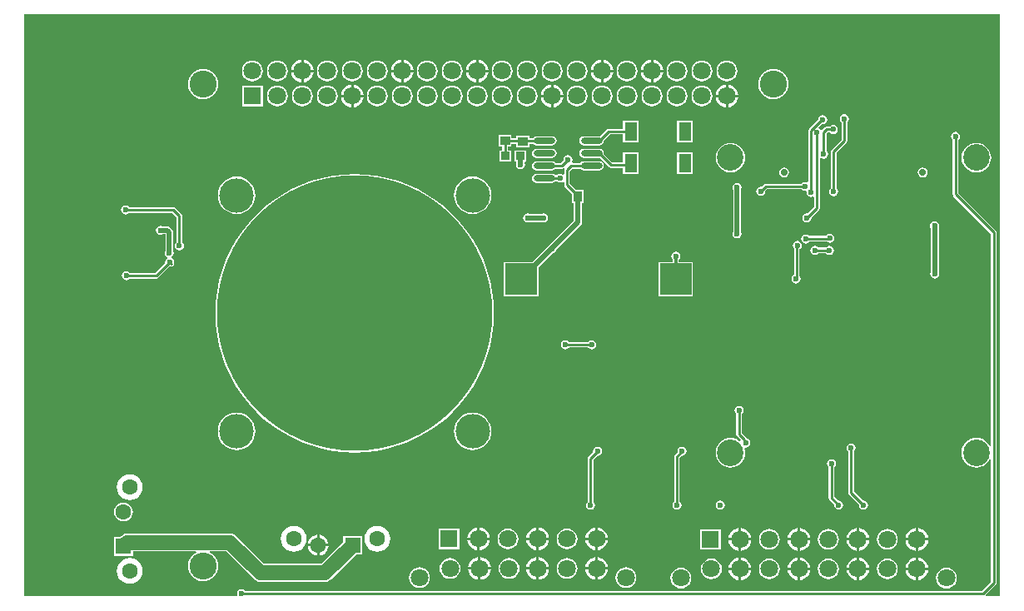
<source format=gbl>
G04*
G04 #@! TF.GenerationSoftware,Altium Limited,Altium Designer,18.1.9 (240)*
G04*
G04 Layer_Physical_Order=2*
G04 Layer_Color=16711680*
%FSLAX25Y25*%
%MOIN*%
G70*
G01*
G75*
%ADD10C,0.01000*%
%ADD11C,0.00984*%
%ADD15R,0.03937X0.03543*%
%ADD17R,0.03347X0.03347*%
%ADD23R,0.03543X0.03937*%
%ADD70C,0.01968*%
%ADD71C,0.05906*%
%ADD72C,0.01181*%
%ADD75C,0.07087*%
%ADD76R,0.07087X0.07087*%
%ADD77C,0.02756*%
%ADD78R,0.06299X0.06299*%
%ADD79C,0.06299*%
%ADD80R,0.06299X0.06299*%
%ADD81C,0.13780*%
%ADD82C,1.10236*%
%ADD83C,0.10827*%
%ADD84C,0.10630*%
%ADD85C,0.02362*%
%ADD86O,0.08661X0.02362*%
%ADD87R,0.12520X0.12520*%
%ADD88R,0.15590X0.15590*%
%ADD89R,0.05118X0.07480*%
G36*
X392070Y234589D02*
X392070Y1631D01*
X386590D01*
X386383Y2131D01*
X390551Y6299D01*
X390551Y6299D01*
X390792Y6661D01*
X390877Y7087D01*
Y147343D01*
X390792Y147769D01*
X390551Y148130D01*
X375523Y163158D01*
Y184429D01*
X375694Y184543D01*
X376087Y185132D01*
X376225Y185827D01*
X376087Y186522D01*
X375694Y187111D01*
X375104Y187504D01*
X374410Y187643D01*
X373714Y187504D01*
X373125Y187111D01*
X372732Y186522D01*
X372593Y185827D01*
X372732Y185132D01*
X373125Y184543D01*
X373296Y184429D01*
Y162697D01*
X373381Y162271D01*
X373622Y161909D01*
X388650Y146881D01*
Y61771D01*
X388150Y61646D01*
X387718Y62456D01*
X386978Y63356D01*
X386078Y64095D01*
X385050Y64645D01*
X383935Y64983D01*
X382776Y65097D01*
X381616Y64983D01*
X380501Y64645D01*
X379473Y64095D01*
X378573Y63356D01*
X377834Y62456D01*
X377285Y61428D01*
X376946Y60313D01*
X376832Y59153D01*
X376946Y57994D01*
X377285Y56879D01*
X377834Y55851D01*
X378573Y54951D01*
X379473Y54212D01*
X380501Y53662D01*
X381616Y53324D01*
X382776Y53210D01*
X383935Y53324D01*
X385050Y53662D01*
X386078Y54212D01*
X386978Y54951D01*
X387718Y55851D01*
X388150Y56661D01*
X388650Y56536D01*
Y7548D01*
X384972Y3869D01*
X89981D01*
X89867Y4040D01*
X89278Y4434D01*
X88583Y4572D01*
X87888Y4434D01*
X87299Y4040D01*
X86905Y3451D01*
X86767Y2756D01*
X86891Y2131D01*
X86755Y1781D01*
X86675Y1631D01*
X1631D01*
X1631Y234589D01*
X392070Y234589D01*
D02*
G37*
%LPC*%
G36*
X253394Y216485D02*
Y212469D01*
X257410D01*
X257320Y213155D01*
X256862Y214260D01*
X256134Y215209D01*
X255185Y215937D01*
X254080Y216395D01*
X253394Y216485D01*
D02*
G37*
G36*
X252394D02*
X251708Y216395D01*
X250602Y215937D01*
X249653Y215209D01*
X248925Y214260D01*
X248467Y213155D01*
X248377Y212469D01*
X252394D01*
Y216485D01*
D02*
G37*
G36*
X233394D02*
Y212469D01*
X237410D01*
X237320Y213155D01*
X236862Y214260D01*
X236134Y215209D01*
X235185Y215937D01*
X234080Y216395D01*
X233394Y216485D01*
D02*
G37*
G36*
X232394D02*
X231708Y216395D01*
X230602Y215937D01*
X229653Y215209D01*
X228925Y214260D01*
X228467Y213155D01*
X228377Y212469D01*
X232394D01*
Y216485D01*
D02*
G37*
G36*
X183394D02*
Y212469D01*
X187410D01*
X187320Y213155D01*
X186862Y214260D01*
X186134Y215209D01*
X185185Y215937D01*
X184080Y216395D01*
X183394Y216485D01*
D02*
G37*
G36*
X182394D02*
X181708Y216395D01*
X180602Y215937D01*
X179653Y215209D01*
X178925Y214260D01*
X178467Y213155D01*
X178377Y212469D01*
X182394D01*
Y216485D01*
D02*
G37*
G36*
X153394D02*
Y212469D01*
X157410D01*
X157320Y213155D01*
X156862Y214260D01*
X156134Y215209D01*
X155185Y215937D01*
X154080Y216395D01*
X153394Y216485D01*
D02*
G37*
G36*
X152394D02*
X151708Y216395D01*
X150602Y215937D01*
X149653Y215209D01*
X148925Y214260D01*
X148467Y213155D01*
X148377Y212469D01*
X152394D01*
Y216485D01*
D02*
G37*
G36*
X113394D02*
Y212469D01*
X117410D01*
X117320Y213155D01*
X116862Y214260D01*
X116134Y215209D01*
X115185Y215937D01*
X114080Y216395D01*
X113394Y216485D01*
D02*
G37*
G36*
X112394D02*
X111708Y216395D01*
X110602Y215937D01*
X109653Y215209D01*
X108925Y214260D01*
X108467Y213155D01*
X108377Y212469D01*
X112394D01*
Y216485D01*
D02*
G37*
G36*
X282894Y216148D02*
X281812Y216005D01*
X280804Y215588D01*
X279939Y214924D01*
X279275Y214058D01*
X278857Y213050D01*
X278715Y211968D01*
X278857Y210887D01*
X279275Y209879D01*
X279939Y209014D01*
X280804Y208349D01*
X281812Y207932D01*
X282894Y207789D01*
X283975Y207932D01*
X284983Y208349D01*
X285849Y209014D01*
X286513Y209879D01*
X286930Y210887D01*
X287073Y211968D01*
X286930Y213050D01*
X286513Y214058D01*
X285849Y214924D01*
X284983Y215588D01*
X283975Y216005D01*
X282894Y216148D01*
D02*
G37*
G36*
X272894D02*
X271812Y216005D01*
X270804Y215588D01*
X269939Y214924D01*
X269274Y214058D01*
X268857Y213050D01*
X268715Y211968D01*
X268857Y210887D01*
X269274Y209879D01*
X269939Y209014D01*
X270804Y208349D01*
X271812Y207932D01*
X272894Y207789D01*
X273975Y207932D01*
X274983Y208349D01*
X275849Y209014D01*
X276513Y209879D01*
X276930Y210887D01*
X277073Y211968D01*
X276930Y213050D01*
X276513Y214058D01*
X275849Y214924D01*
X274983Y215588D01*
X273975Y216005D01*
X272894Y216148D01*
D02*
G37*
G36*
X262894D02*
X261812Y216005D01*
X260804Y215588D01*
X259939Y214924D01*
X259275Y214058D01*
X258857Y213050D01*
X258715Y211968D01*
X258857Y210887D01*
X259275Y209879D01*
X259939Y209014D01*
X260804Y208349D01*
X261812Y207932D01*
X262894Y207789D01*
X263975Y207932D01*
X264983Y208349D01*
X265849Y209014D01*
X266513Y209879D01*
X266930Y210887D01*
X267073Y211968D01*
X266930Y213050D01*
X266513Y214058D01*
X265849Y214924D01*
X264983Y215588D01*
X263975Y216005D01*
X262894Y216148D01*
D02*
G37*
G36*
X242894D02*
X241812Y216005D01*
X240804Y215588D01*
X239939Y214924D01*
X239275Y214058D01*
X238857Y213050D01*
X238715Y211968D01*
X238857Y210887D01*
X239275Y209879D01*
X239939Y209014D01*
X240804Y208349D01*
X241812Y207932D01*
X242894Y207789D01*
X243975Y207932D01*
X244983Y208349D01*
X245849Y209014D01*
X246513Y209879D01*
X246930Y210887D01*
X247073Y211968D01*
X246930Y213050D01*
X246513Y214058D01*
X245849Y214924D01*
X244983Y215588D01*
X243975Y216005D01*
X242894Y216148D01*
D02*
G37*
G36*
X222894D02*
X221812Y216005D01*
X220804Y215588D01*
X219939Y214924D01*
X219274Y214058D01*
X218857Y213050D01*
X218715Y211968D01*
X218857Y210887D01*
X219274Y209879D01*
X219939Y209014D01*
X220804Y208349D01*
X221812Y207932D01*
X222894Y207789D01*
X223975Y207932D01*
X224983Y208349D01*
X225849Y209014D01*
X226513Y209879D01*
X226930Y210887D01*
X227073Y211968D01*
X226930Y213050D01*
X226513Y214058D01*
X225849Y214924D01*
X224983Y215588D01*
X223975Y216005D01*
X222894Y216148D01*
D02*
G37*
G36*
X212894D02*
X211812Y216005D01*
X210804Y215588D01*
X209939Y214924D01*
X209275Y214058D01*
X208857Y213050D01*
X208715Y211968D01*
X208857Y210887D01*
X209275Y209879D01*
X209939Y209014D01*
X210804Y208349D01*
X211812Y207932D01*
X212894Y207789D01*
X213975Y207932D01*
X214983Y208349D01*
X215849Y209014D01*
X216513Y209879D01*
X216930Y210887D01*
X217073Y211968D01*
X216930Y213050D01*
X216513Y214058D01*
X215849Y214924D01*
X214983Y215588D01*
X213975Y216005D01*
X212894Y216148D01*
D02*
G37*
G36*
X202894D02*
X201812Y216005D01*
X200804Y215588D01*
X199939Y214924D01*
X199275Y214058D01*
X198857Y213050D01*
X198715Y211968D01*
X198857Y210887D01*
X199275Y209879D01*
X199939Y209014D01*
X200804Y208349D01*
X201812Y207932D01*
X202894Y207789D01*
X203975Y207932D01*
X204983Y208349D01*
X205849Y209014D01*
X206513Y209879D01*
X206930Y210887D01*
X207073Y211968D01*
X206930Y213050D01*
X206513Y214058D01*
X205849Y214924D01*
X204983Y215588D01*
X203975Y216005D01*
X202894Y216148D01*
D02*
G37*
G36*
X192894D02*
X191812Y216005D01*
X190804Y215588D01*
X189939Y214924D01*
X189275Y214058D01*
X188857Y213050D01*
X188715Y211968D01*
X188857Y210887D01*
X189275Y209879D01*
X189939Y209014D01*
X190804Y208349D01*
X191812Y207932D01*
X192894Y207789D01*
X193975Y207932D01*
X194983Y208349D01*
X195849Y209014D01*
X196513Y209879D01*
X196930Y210887D01*
X197073Y211968D01*
X196930Y213050D01*
X196513Y214058D01*
X195849Y214924D01*
X194983Y215588D01*
X193975Y216005D01*
X192894Y216148D01*
D02*
G37*
G36*
X172894D02*
X171812Y216005D01*
X170804Y215588D01*
X169939Y214924D01*
X169274Y214058D01*
X168857Y213050D01*
X168715Y211968D01*
X168857Y210887D01*
X169274Y209879D01*
X169939Y209014D01*
X170804Y208349D01*
X171812Y207932D01*
X172894Y207789D01*
X173975Y207932D01*
X174983Y208349D01*
X175849Y209014D01*
X176513Y209879D01*
X176930Y210887D01*
X177073Y211968D01*
X176930Y213050D01*
X176513Y214058D01*
X175849Y214924D01*
X174983Y215588D01*
X173975Y216005D01*
X172894Y216148D01*
D02*
G37*
G36*
X162894D02*
X161812Y216005D01*
X160804Y215588D01*
X159939Y214924D01*
X159274Y214058D01*
X158857Y213050D01*
X158715Y211968D01*
X158857Y210887D01*
X159274Y209879D01*
X159939Y209014D01*
X160804Y208349D01*
X161812Y207932D01*
X162894Y207789D01*
X163975Y207932D01*
X164983Y208349D01*
X165849Y209014D01*
X166513Y209879D01*
X166930Y210887D01*
X167073Y211968D01*
X166930Y213050D01*
X166513Y214058D01*
X165849Y214924D01*
X164983Y215588D01*
X163975Y216005D01*
X162894Y216148D01*
D02*
G37*
G36*
X142894D02*
X141812Y216005D01*
X140804Y215588D01*
X139939Y214924D01*
X139275Y214058D01*
X138857Y213050D01*
X138715Y211968D01*
X138857Y210887D01*
X139275Y209879D01*
X139939Y209014D01*
X140804Y208349D01*
X141812Y207932D01*
X142894Y207789D01*
X143975Y207932D01*
X144983Y208349D01*
X145849Y209014D01*
X146513Y209879D01*
X146930Y210887D01*
X147073Y211968D01*
X146930Y213050D01*
X146513Y214058D01*
X145849Y214924D01*
X144983Y215588D01*
X143975Y216005D01*
X142894Y216148D01*
D02*
G37*
G36*
X132894D02*
X131812Y216005D01*
X130804Y215588D01*
X129939Y214924D01*
X129274Y214058D01*
X128857Y213050D01*
X128715Y211968D01*
X128857Y210887D01*
X129274Y209879D01*
X129939Y209014D01*
X130804Y208349D01*
X131812Y207932D01*
X132894Y207789D01*
X133975Y207932D01*
X134983Y208349D01*
X135849Y209014D01*
X136513Y209879D01*
X136930Y210887D01*
X137073Y211968D01*
X136930Y213050D01*
X136513Y214058D01*
X135849Y214924D01*
X134983Y215588D01*
X133975Y216005D01*
X132894Y216148D01*
D02*
G37*
G36*
X122894D02*
X121812Y216005D01*
X120804Y215588D01*
X119939Y214924D01*
X119274Y214058D01*
X118857Y213050D01*
X118715Y211968D01*
X118857Y210887D01*
X119274Y209879D01*
X119939Y209014D01*
X120804Y208349D01*
X121812Y207932D01*
X122894Y207789D01*
X123975Y207932D01*
X124983Y208349D01*
X125849Y209014D01*
X126513Y209879D01*
X126930Y210887D01*
X127073Y211968D01*
X126930Y213050D01*
X126513Y214058D01*
X125849Y214924D01*
X124983Y215588D01*
X123975Y216005D01*
X122894Y216148D01*
D02*
G37*
G36*
X102894D02*
X101812Y216005D01*
X100804Y215588D01*
X99939Y214924D01*
X99274Y214058D01*
X98857Y213050D01*
X98715Y211968D01*
X98857Y210887D01*
X99274Y209879D01*
X99939Y209014D01*
X100804Y208349D01*
X101812Y207932D01*
X102894Y207789D01*
X103975Y207932D01*
X104983Y208349D01*
X105849Y209014D01*
X106513Y209879D01*
X106930Y210887D01*
X107073Y211968D01*
X106930Y213050D01*
X106513Y214058D01*
X105849Y214924D01*
X104983Y215588D01*
X103975Y216005D01*
X102894Y216148D01*
D02*
G37*
G36*
X92894D02*
X91812Y216005D01*
X90804Y215588D01*
X89939Y214924D01*
X89275Y214058D01*
X88857Y213050D01*
X88715Y211968D01*
X88857Y210887D01*
X89275Y209879D01*
X89939Y209014D01*
X90804Y208349D01*
X91812Y207932D01*
X92894Y207789D01*
X93975Y207932D01*
X94983Y208349D01*
X95849Y209014D01*
X96513Y209879D01*
X96930Y210887D01*
X97073Y211968D01*
X96930Y213050D01*
X96513Y214058D01*
X95849Y214924D01*
X94983Y215588D01*
X93975Y216005D01*
X92894Y216148D01*
D02*
G37*
G36*
X257410Y211469D02*
X253394D01*
Y207452D01*
X254080Y207542D01*
X255185Y208000D01*
X256134Y208728D01*
X256862Y209677D01*
X257320Y210783D01*
X257410Y211469D01*
D02*
G37*
G36*
X252394D02*
X248377D01*
X248467Y210783D01*
X248925Y209677D01*
X249653Y208728D01*
X250602Y208000D01*
X251708Y207542D01*
X252394Y207452D01*
Y211469D01*
D02*
G37*
G36*
X237410D02*
X233394D01*
Y207452D01*
X234080Y207542D01*
X235185Y208000D01*
X236134Y208728D01*
X236862Y209677D01*
X237320Y210783D01*
X237410Y211469D01*
D02*
G37*
G36*
X232394D02*
X228377D01*
X228467Y210783D01*
X228925Y209677D01*
X229653Y208728D01*
X230602Y208000D01*
X231708Y207542D01*
X232394Y207452D01*
Y211469D01*
D02*
G37*
G36*
X187410D02*
X183394D01*
Y207452D01*
X184080Y207542D01*
X185185Y208000D01*
X186134Y208728D01*
X186862Y209677D01*
X187320Y210783D01*
X187410Y211469D01*
D02*
G37*
G36*
X182394D02*
X178377D01*
X178467Y210783D01*
X178925Y209677D01*
X179653Y208728D01*
X180602Y208000D01*
X181708Y207542D01*
X182394Y207452D01*
Y211469D01*
D02*
G37*
G36*
X157410D02*
X153394D01*
Y207452D01*
X154080Y207542D01*
X155185Y208000D01*
X156134Y208728D01*
X156862Y209677D01*
X157320Y210783D01*
X157410Y211469D01*
D02*
G37*
G36*
X152394D02*
X148377D01*
X148467Y210783D01*
X148925Y209677D01*
X149653Y208728D01*
X150602Y208000D01*
X151708Y207542D01*
X152394Y207452D01*
Y211469D01*
D02*
G37*
G36*
X117410D02*
X113394D01*
Y207452D01*
X114080Y207542D01*
X115185Y208000D01*
X116134Y208728D01*
X116862Y209677D01*
X117320Y210783D01*
X117410Y211469D01*
D02*
G37*
G36*
X112394D02*
X108377D01*
X108467Y210783D01*
X108925Y209677D01*
X109653Y208728D01*
X110602Y208000D01*
X111708Y207542D01*
X112394Y207452D01*
Y211469D01*
D02*
G37*
G36*
X283394Y206485D02*
Y202468D01*
X287410D01*
X287320Y203154D01*
X286862Y204260D01*
X286134Y205209D01*
X285185Y205937D01*
X284080Y206395D01*
X283394Y206485D01*
D02*
G37*
G36*
X282394D02*
X281708Y206395D01*
X280602Y205937D01*
X279653Y205209D01*
X278925Y204260D01*
X278467Y203154D01*
X278377Y202468D01*
X282394D01*
Y206485D01*
D02*
G37*
G36*
X213394D02*
Y202468D01*
X217410D01*
X217320Y203154D01*
X216862Y204260D01*
X216134Y205209D01*
X215185Y205937D01*
X214080Y206395D01*
X213394Y206485D01*
D02*
G37*
G36*
X212394D02*
X211708Y206395D01*
X210602Y205937D01*
X209653Y205209D01*
X208925Y204260D01*
X208467Y203154D01*
X208377Y202468D01*
X212394D01*
Y206485D01*
D02*
G37*
G36*
X133394D02*
Y202468D01*
X137410D01*
X137320Y203154D01*
X136862Y204260D01*
X136134Y205209D01*
X135185Y205937D01*
X134080Y206395D01*
X133394Y206485D01*
D02*
G37*
G36*
X132394D02*
X131708Y206395D01*
X130602Y205937D01*
X129653Y205209D01*
X128925Y204260D01*
X128467Y203154D01*
X128377Y202468D01*
X132394D01*
Y206485D01*
D02*
G37*
G36*
X301476Y212735D02*
X300298Y212619D01*
X299164Y212275D01*
X298119Y211717D01*
X297204Y210966D01*
X296452Y210050D01*
X295894Y209005D01*
X295550Y207872D01*
X295434Y206693D01*
X295550Y205514D01*
X295894Y204381D01*
X296452Y203336D01*
X297204Y202420D01*
X298119Y201669D01*
X299164Y201110D01*
X300298Y200766D01*
X301476Y200650D01*
X302655Y200766D01*
X303789Y201110D01*
X304833Y201669D01*
X305749Y202420D01*
X306501Y203336D01*
X307059Y204381D01*
X307403Y205514D01*
X307519Y206693D01*
X307403Y207872D01*
X307059Y209005D01*
X306501Y210050D01*
X305749Y210966D01*
X304833Y211717D01*
X303789Y212275D01*
X302655Y212619D01*
X301476Y212735D01*
D02*
G37*
G36*
X73130D02*
X71951Y212619D01*
X70818Y212275D01*
X69773Y211717D01*
X68857Y210966D01*
X68106Y210050D01*
X67547Y209005D01*
X67203Y207872D01*
X67087Y206693D01*
X67203Y205514D01*
X67547Y204381D01*
X68106Y203336D01*
X68857Y202420D01*
X69773Y201669D01*
X70818Y201110D01*
X71951Y200766D01*
X73130Y200650D01*
X74309Y200766D01*
X75442Y201110D01*
X76487Y201669D01*
X77403Y202420D01*
X78154Y203336D01*
X78712Y204381D01*
X79056Y205514D01*
X79172Y206693D01*
X79056Y207872D01*
X78712Y209005D01*
X78154Y210050D01*
X77403Y210966D01*
X76487Y211717D01*
X75442Y212275D01*
X74309Y212619D01*
X73130Y212735D01*
D02*
G37*
G36*
X97037Y206112D02*
X88750D01*
Y197825D01*
X97037D01*
Y206112D01*
D02*
G37*
G36*
X272894Y206148D02*
X271812Y206005D01*
X270804Y205588D01*
X269939Y204924D01*
X269274Y204058D01*
X268857Y203050D01*
X268715Y201969D01*
X268857Y200887D01*
X269274Y199879D01*
X269939Y199013D01*
X270804Y198349D01*
X271812Y197932D01*
X272894Y197790D01*
X273975Y197932D01*
X274983Y198349D01*
X275849Y199013D01*
X276513Y199879D01*
X276930Y200887D01*
X277073Y201969D01*
X276930Y203050D01*
X276513Y204058D01*
X275849Y204924D01*
X274983Y205588D01*
X273975Y206005D01*
X272894Y206148D01*
D02*
G37*
G36*
X262894D02*
X261812Y206005D01*
X260804Y205588D01*
X259939Y204924D01*
X259275Y204058D01*
X258857Y203050D01*
X258715Y201969D01*
X258857Y200887D01*
X259275Y199879D01*
X259939Y199013D01*
X260804Y198349D01*
X261812Y197932D01*
X262894Y197790D01*
X263975Y197932D01*
X264983Y198349D01*
X265849Y199013D01*
X266513Y199879D01*
X266930Y200887D01*
X267073Y201969D01*
X266930Y203050D01*
X266513Y204058D01*
X265849Y204924D01*
X264983Y205588D01*
X263975Y206005D01*
X262894Y206148D01*
D02*
G37*
G36*
X252894D02*
X251812Y206005D01*
X250804Y205588D01*
X249939Y204924D01*
X249274Y204058D01*
X248857Y203050D01*
X248715Y201969D01*
X248857Y200887D01*
X249274Y199879D01*
X249939Y199013D01*
X250804Y198349D01*
X251812Y197932D01*
X252894Y197790D01*
X253975Y197932D01*
X254983Y198349D01*
X255849Y199013D01*
X256513Y199879D01*
X256930Y200887D01*
X257073Y201969D01*
X256930Y203050D01*
X256513Y204058D01*
X255849Y204924D01*
X254983Y205588D01*
X253975Y206005D01*
X252894Y206148D01*
D02*
G37*
G36*
X242894D02*
X241812Y206005D01*
X240804Y205588D01*
X239939Y204924D01*
X239275Y204058D01*
X238857Y203050D01*
X238715Y201969D01*
X238857Y200887D01*
X239275Y199879D01*
X239939Y199013D01*
X240804Y198349D01*
X241812Y197932D01*
X242894Y197790D01*
X243975Y197932D01*
X244983Y198349D01*
X245849Y199013D01*
X246513Y199879D01*
X246930Y200887D01*
X247073Y201969D01*
X246930Y203050D01*
X246513Y204058D01*
X245849Y204924D01*
X244983Y205588D01*
X243975Y206005D01*
X242894Y206148D01*
D02*
G37*
G36*
X232894D02*
X231812Y206005D01*
X230804Y205588D01*
X229939Y204924D01*
X229275Y204058D01*
X228857Y203050D01*
X228715Y201969D01*
X228857Y200887D01*
X229275Y199879D01*
X229939Y199013D01*
X230804Y198349D01*
X231812Y197932D01*
X232894Y197790D01*
X233975Y197932D01*
X234983Y198349D01*
X235849Y199013D01*
X236513Y199879D01*
X236930Y200887D01*
X237073Y201969D01*
X236930Y203050D01*
X236513Y204058D01*
X235849Y204924D01*
X234983Y205588D01*
X233975Y206005D01*
X232894Y206148D01*
D02*
G37*
G36*
X222894D02*
X221812Y206005D01*
X220804Y205588D01*
X219939Y204924D01*
X219274Y204058D01*
X218857Y203050D01*
X218715Y201969D01*
X218857Y200887D01*
X219274Y199879D01*
X219939Y199013D01*
X220804Y198349D01*
X221812Y197932D01*
X222894Y197790D01*
X223975Y197932D01*
X224983Y198349D01*
X225849Y199013D01*
X226513Y199879D01*
X226930Y200887D01*
X227073Y201969D01*
X226930Y203050D01*
X226513Y204058D01*
X225849Y204924D01*
X224983Y205588D01*
X223975Y206005D01*
X222894Y206148D01*
D02*
G37*
G36*
X202894D02*
X201812Y206005D01*
X200804Y205588D01*
X199939Y204924D01*
X199275Y204058D01*
X198857Y203050D01*
X198715Y201969D01*
X198857Y200887D01*
X199275Y199879D01*
X199939Y199013D01*
X200804Y198349D01*
X201812Y197932D01*
X202894Y197790D01*
X203975Y197932D01*
X204983Y198349D01*
X205849Y199013D01*
X206513Y199879D01*
X206930Y200887D01*
X207073Y201969D01*
X206930Y203050D01*
X206513Y204058D01*
X205849Y204924D01*
X204983Y205588D01*
X203975Y206005D01*
X202894Y206148D01*
D02*
G37*
G36*
X192894D02*
X191812Y206005D01*
X190804Y205588D01*
X189939Y204924D01*
X189275Y204058D01*
X188857Y203050D01*
X188715Y201969D01*
X188857Y200887D01*
X189275Y199879D01*
X189939Y199013D01*
X190804Y198349D01*
X191812Y197932D01*
X192894Y197790D01*
X193975Y197932D01*
X194983Y198349D01*
X195849Y199013D01*
X196513Y199879D01*
X196930Y200887D01*
X197073Y201969D01*
X196930Y203050D01*
X196513Y204058D01*
X195849Y204924D01*
X194983Y205588D01*
X193975Y206005D01*
X192894Y206148D01*
D02*
G37*
G36*
X182894D02*
X181812Y206005D01*
X180804Y205588D01*
X179939Y204924D01*
X179274Y204058D01*
X178857Y203050D01*
X178715Y201969D01*
X178857Y200887D01*
X179274Y199879D01*
X179939Y199013D01*
X180804Y198349D01*
X181812Y197932D01*
X182894Y197790D01*
X183975Y197932D01*
X184983Y198349D01*
X185849Y199013D01*
X186513Y199879D01*
X186930Y200887D01*
X187073Y201969D01*
X186930Y203050D01*
X186513Y204058D01*
X185849Y204924D01*
X184983Y205588D01*
X183975Y206005D01*
X182894Y206148D01*
D02*
G37*
G36*
X172894D02*
X171812Y206005D01*
X170804Y205588D01*
X169939Y204924D01*
X169274Y204058D01*
X168857Y203050D01*
X168715Y201969D01*
X168857Y200887D01*
X169274Y199879D01*
X169939Y199013D01*
X170804Y198349D01*
X171812Y197932D01*
X172894Y197790D01*
X173975Y197932D01*
X174983Y198349D01*
X175849Y199013D01*
X176513Y199879D01*
X176930Y200887D01*
X177073Y201969D01*
X176930Y203050D01*
X176513Y204058D01*
X175849Y204924D01*
X174983Y205588D01*
X173975Y206005D01*
X172894Y206148D01*
D02*
G37*
G36*
X162894D02*
X161812Y206005D01*
X160804Y205588D01*
X159939Y204924D01*
X159274Y204058D01*
X158857Y203050D01*
X158715Y201969D01*
X158857Y200887D01*
X159274Y199879D01*
X159939Y199013D01*
X160804Y198349D01*
X161812Y197932D01*
X162894Y197790D01*
X163975Y197932D01*
X164983Y198349D01*
X165849Y199013D01*
X166513Y199879D01*
X166930Y200887D01*
X167073Y201969D01*
X166930Y203050D01*
X166513Y204058D01*
X165849Y204924D01*
X164983Y205588D01*
X163975Y206005D01*
X162894Y206148D01*
D02*
G37*
G36*
X152894D02*
X151812Y206005D01*
X150804Y205588D01*
X149939Y204924D01*
X149275Y204058D01*
X148857Y203050D01*
X148715Y201969D01*
X148857Y200887D01*
X149275Y199879D01*
X149939Y199013D01*
X150804Y198349D01*
X151812Y197932D01*
X152894Y197790D01*
X153975Y197932D01*
X154983Y198349D01*
X155849Y199013D01*
X156513Y199879D01*
X156930Y200887D01*
X157073Y201969D01*
X156930Y203050D01*
X156513Y204058D01*
X155849Y204924D01*
X154983Y205588D01*
X153975Y206005D01*
X152894Y206148D01*
D02*
G37*
G36*
X142894D02*
X141812Y206005D01*
X140804Y205588D01*
X139939Y204924D01*
X139275Y204058D01*
X138857Y203050D01*
X138715Y201969D01*
X138857Y200887D01*
X139275Y199879D01*
X139939Y199013D01*
X140804Y198349D01*
X141812Y197932D01*
X142894Y197790D01*
X143975Y197932D01*
X144983Y198349D01*
X145849Y199013D01*
X146513Y199879D01*
X146930Y200887D01*
X147073Y201969D01*
X146930Y203050D01*
X146513Y204058D01*
X145849Y204924D01*
X144983Y205588D01*
X143975Y206005D01*
X142894Y206148D01*
D02*
G37*
G36*
X122894D02*
X121812Y206005D01*
X120804Y205588D01*
X119939Y204924D01*
X119274Y204058D01*
X118857Y203050D01*
X118715Y201969D01*
X118857Y200887D01*
X119274Y199879D01*
X119939Y199013D01*
X120804Y198349D01*
X121812Y197932D01*
X122894Y197790D01*
X123975Y197932D01*
X124983Y198349D01*
X125849Y199013D01*
X126513Y199879D01*
X126930Y200887D01*
X127073Y201969D01*
X126930Y203050D01*
X126513Y204058D01*
X125849Y204924D01*
X124983Y205588D01*
X123975Y206005D01*
X122894Y206148D01*
D02*
G37*
G36*
X112894D02*
X111812Y206005D01*
X110804Y205588D01*
X109939Y204924D01*
X109274Y204058D01*
X108857Y203050D01*
X108715Y201969D01*
X108857Y200887D01*
X109274Y199879D01*
X109939Y199013D01*
X110804Y198349D01*
X111812Y197932D01*
X112894Y197790D01*
X113975Y197932D01*
X114983Y198349D01*
X115849Y199013D01*
X116513Y199879D01*
X116930Y200887D01*
X117073Y201969D01*
X116930Y203050D01*
X116513Y204058D01*
X115849Y204924D01*
X114983Y205588D01*
X113975Y206005D01*
X112894Y206148D01*
D02*
G37*
G36*
X102894D02*
X101812Y206005D01*
X100804Y205588D01*
X99939Y204924D01*
X99274Y204058D01*
X98857Y203050D01*
X98715Y201969D01*
X98857Y200887D01*
X99274Y199879D01*
X99939Y199013D01*
X100804Y198349D01*
X101812Y197932D01*
X102894Y197790D01*
X103975Y197932D01*
X104983Y198349D01*
X105849Y199013D01*
X106513Y199879D01*
X106930Y200887D01*
X107073Y201969D01*
X106930Y203050D01*
X106513Y204058D01*
X105849Y204924D01*
X104983Y205588D01*
X103975Y206005D01*
X102894Y206148D01*
D02*
G37*
G36*
X287410Y201468D02*
X283394D01*
Y197452D01*
X284080Y197542D01*
X285185Y198000D01*
X286134Y198728D01*
X286862Y199677D01*
X287320Y200782D01*
X287410Y201468D01*
D02*
G37*
G36*
X282394D02*
X278377D01*
X278467Y200782D01*
X278925Y199677D01*
X279653Y198728D01*
X280602Y198000D01*
X281708Y197542D01*
X282394Y197452D01*
Y201468D01*
D02*
G37*
G36*
X217410D02*
X213394D01*
Y197452D01*
X214080Y197542D01*
X215185Y198000D01*
X216134Y198728D01*
X216862Y199677D01*
X217320Y200782D01*
X217410Y201468D01*
D02*
G37*
G36*
X212394D02*
X208377D01*
X208467Y200782D01*
X208925Y199677D01*
X209653Y198728D01*
X210602Y198000D01*
X211708Y197542D01*
X212394Y197452D01*
Y201468D01*
D02*
G37*
G36*
X137410D02*
X133394D01*
Y197452D01*
X134080Y197542D01*
X135185Y198000D01*
X136134Y198728D01*
X136862Y199677D01*
X137320Y200782D01*
X137410Y201468D01*
D02*
G37*
G36*
X132394D02*
X128377D01*
X128467Y200782D01*
X128925Y199677D01*
X129653Y198728D01*
X130602Y198000D01*
X131708Y197542D01*
X132394Y197452D01*
Y201468D01*
D02*
G37*
G36*
X321260Y194336D02*
X320565Y194197D01*
X319976Y193804D01*
X319582Y193215D01*
X319463Y192616D01*
X315742Y188895D01*
X315499Y188531D01*
X315413Y188102D01*
X315413Y188102D01*
Y167591D01*
X314972Y167356D01*
X314868Y167426D01*
X314173Y167564D01*
X313478Y167426D01*
X312889Y167032D01*
X312780Y166869D01*
X298425D01*
X297996Y166784D01*
X297632Y166541D01*
X297632Y166541D01*
X296648Y165557D01*
X296457Y165595D01*
X295762Y165457D01*
X295173Y165064D01*
X294779Y164474D01*
X294641Y163779D01*
X294779Y163085D01*
X295173Y162495D01*
X295762Y162102D01*
X296457Y161963D01*
X297152Y162102D01*
X297741Y162495D01*
X298134Y163085D01*
X298273Y163779D01*
X298235Y163971D01*
X298889Y164626D01*
X312780D01*
X312889Y164464D01*
X313478Y164070D01*
X314173Y163932D01*
X314413Y163979D01*
X314767Y163626D01*
X314719Y163385D01*
X314857Y162691D01*
X315251Y162101D01*
X315840Y161708D01*
X316535Y161569D01*
X317230Y161708D01*
X317357Y161793D01*
X317857Y161525D01*
Y157632D01*
X315152Y154928D01*
X314961Y154966D01*
X314266Y154827D01*
X313677Y154434D01*
X313283Y153845D01*
X313145Y153150D01*
X313283Y152455D01*
X313677Y151865D01*
X314266Y151472D01*
X314961Y151334D01*
X315656Y151472D01*
X316245Y151865D01*
X316638Y152455D01*
X316777Y153150D01*
X316739Y153341D01*
X319772Y156375D01*
X319772Y156375D01*
X320015Y156738D01*
X320100Y157168D01*
X320100Y157168D01*
Y176958D01*
X320600Y177216D01*
X320978Y176964D01*
X321673Y176826D01*
X322368Y176964D01*
X322957Y177358D01*
X323351Y177947D01*
X323489Y178642D01*
X323351Y179337D01*
X322957Y179926D01*
X322787Y180040D01*
Y186960D01*
X323296Y187469D01*
X324094D01*
X324208Y187299D01*
X324797Y186905D01*
X325492Y186767D01*
X326187Y186905D01*
X326776Y187299D01*
X327170Y187888D01*
X327308Y188583D01*
X327170Y189278D01*
X326776Y189867D01*
X326187Y190260D01*
X325492Y190399D01*
X324797Y190260D01*
X324208Y189867D01*
X324094Y189696D01*
X322835D01*
X322409Y189611D01*
X322047Y189370D01*
X321031Y188354D01*
X320534Y188341D01*
X320406Y188390D01*
X320263Y188604D01*
X319704Y188977D01*
X319628Y189061D01*
X319501Y189481D01*
X320812Y190793D01*
X321260Y190704D01*
X321955Y190842D01*
X322544Y191236D01*
X322938Y191825D01*
X323076Y192520D01*
X322938Y193215D01*
X322544Y193804D01*
X321955Y194197D01*
X321260Y194336D01*
D02*
G37*
G36*
X269301Y192135D02*
X262983D01*
Y183455D01*
X269301D01*
Y192135D01*
D02*
G37*
G36*
X247647D02*
X241329D01*
Y188909D01*
X235665D01*
X235239Y188824D01*
X234878Y188583D01*
X234878Y188583D01*
X232067Y185772D01*
X231866Y185812D01*
X225567D01*
X224872Y185674D01*
X224283Y185280D01*
X223889Y184691D01*
X223751Y183996D01*
X223889Y183301D01*
X224283Y182712D01*
X224872Y182318D01*
X225567Y182180D01*
X231866D01*
X232561Y182318D01*
X233150Y182712D01*
X233544Y183301D01*
X233682Y183996D01*
X233642Y184197D01*
X236127Y186682D01*
X241329D01*
Y183455D01*
X247647D01*
Y192135D01*
D02*
G37*
G36*
X196663Y186368D02*
X191526D01*
Y181624D01*
X192981D01*
Y180226D01*
X191821D01*
Y175680D01*
X196368D01*
Y180226D01*
X195208D01*
Y181624D01*
X196663D01*
Y182882D01*
X198613D01*
Y181487D01*
X203750D01*
Y182882D01*
X205271D01*
X205385Y182712D01*
X205974Y182318D01*
X206669Y182180D01*
X212968D01*
X213664Y182318D01*
X214253Y182712D01*
X214646Y183301D01*
X214785Y183996D01*
X214646Y184691D01*
X214253Y185280D01*
X213664Y185674D01*
X212968Y185812D01*
X206669D01*
X205974Y185674D01*
X205385Y185280D01*
X205271Y185110D01*
X203750D01*
Y186230D01*
X198613D01*
Y185110D01*
X196663D01*
Y186368D01*
D02*
G37*
G36*
X212968Y180812D02*
X206669D01*
X205974Y180674D01*
X205385Y180280D01*
X204992Y179691D01*
X204853Y178996D01*
X204992Y178301D01*
X205385Y177712D01*
X205974Y177318D01*
X206669Y177180D01*
X212968D01*
X213664Y177318D01*
X214253Y177712D01*
X214646Y178301D01*
X214785Y178996D01*
X214646Y179691D01*
X214253Y180280D01*
X213664Y180674D01*
X212968Y180812D01*
D02*
G37*
G36*
X219268Y178312D02*
X218573Y178174D01*
X217984Y177780D01*
X217590Y177191D01*
X217452Y176496D01*
X217492Y176295D01*
X216306Y175110D01*
X214367D01*
X214253Y175280D01*
X213664Y175674D01*
X212968Y175812D01*
X206669D01*
X205974Y175674D01*
X205385Y175280D01*
X204992Y174691D01*
X204853Y173996D01*
X204992Y173301D01*
X205385Y172712D01*
X205974Y172318D01*
X206669Y172180D01*
X212968D01*
X213664Y172318D01*
X214253Y172712D01*
X214367Y172882D01*
X216768D01*
X217194Y172967D01*
X217555Y173209D01*
X217614Y173268D01*
X218003Y172949D01*
X217869Y172749D01*
X217784Y172323D01*
Y170674D01*
X217284Y170473D01*
X216837Y170772D01*
X216142Y170911D01*
X215447Y170772D01*
X214858Y170379D01*
X214783Y170267D01*
X214261D01*
X214253Y170280D01*
X213664Y170674D01*
X212968Y170812D01*
X206669D01*
X205974Y170674D01*
X205385Y170280D01*
X204992Y169691D01*
X204853Y168996D01*
X204992Y168301D01*
X205385Y167712D01*
X205974Y167318D01*
X206669Y167180D01*
X212968D01*
X213664Y167318D01*
X214253Y167712D01*
X214327Y167823D01*
X214849D01*
X214858Y167810D01*
X215447Y167417D01*
X216142Y167279D01*
X216837Y167417D01*
X217284Y167716D01*
X217784Y167515D01*
Y166339D01*
X217869Y165912D01*
X218110Y165551D01*
X220857Y162805D01*
Y159242D01*
X221613D01*
Y152027D01*
X205087Y135502D01*
X193652D01*
Y121782D01*
X207372D01*
Y133217D01*
X212993Y138838D01*
X213589Y138957D01*
X214178Y139350D01*
X214571Y139940D01*
X214690Y140536D01*
X224371Y150216D01*
X224721Y150740D01*
X224844Y151358D01*
Y159242D01*
X225600D01*
Y164380D01*
X222431D01*
X220011Y166800D01*
Y171862D01*
X221032Y172882D01*
X224169D01*
X224283Y172712D01*
X224872Y172318D01*
X225567Y172180D01*
X231866D01*
X232561Y172318D01*
X233150Y172712D01*
X233544Y173301D01*
X233682Y173996D01*
X233544Y174691D01*
X233150Y175280D01*
X232561Y175674D01*
X231866Y175812D01*
X225567D01*
X224872Y175674D01*
X224283Y175280D01*
X224169Y175110D01*
X221085D01*
X220817Y175610D01*
X220946Y175801D01*
X221084Y176496D01*
X220946Y177191D01*
X220552Y177780D01*
X219963Y178174D01*
X219268Y178312D01*
D02*
G37*
G36*
X202470Y180226D02*
X197924D01*
Y175680D01*
X198631D01*
Y175124D01*
X198617Y175104D01*
X198479Y174409D01*
X198617Y173714D01*
X199011Y173125D01*
X199600Y172732D01*
X200295Y172593D01*
X200990Y172732D01*
X201579Y173125D01*
X201973Y173714D01*
X202111Y174409D01*
X201973Y175104D01*
X201923Y175180D01*
X202082Y175680D01*
X202470D01*
Y180226D01*
D02*
G37*
G36*
X382776Y183207D02*
X381616Y183093D01*
X380501Y182755D01*
X379473Y182206D01*
X378573Y181466D01*
X377834Y180566D01*
X377285Y179538D01*
X376946Y178423D01*
X376832Y177264D01*
X376946Y176104D01*
X377285Y174989D01*
X377834Y173962D01*
X378573Y173061D01*
X379473Y172322D01*
X380501Y171773D01*
X381616Y171434D01*
X382776Y171320D01*
X383935Y171434D01*
X385050Y171773D01*
X386078Y172322D01*
X386978Y173061D01*
X387718Y173962D01*
X388267Y174989D01*
X388605Y176104D01*
X388719Y177264D01*
X388605Y178423D01*
X388267Y179538D01*
X387718Y180566D01*
X386978Y181466D01*
X386078Y182206D01*
X385050Y182755D01*
X383935Y183093D01*
X382776Y183207D01*
D02*
G37*
G36*
X284350D02*
X283191Y183093D01*
X282076Y182755D01*
X281048Y182206D01*
X280148Y181466D01*
X279409Y180566D01*
X278859Y179538D01*
X278521Y178423D01*
X278407Y177264D01*
X278521Y176104D01*
X278859Y174989D01*
X279409Y173962D01*
X280148Y173061D01*
X281048Y172322D01*
X282076Y171773D01*
X283191Y171434D01*
X284350Y171320D01*
X285510Y171434D01*
X286625Y171773D01*
X287652Y172322D01*
X288553Y173061D01*
X289292Y173962D01*
X289842Y174989D01*
X290180Y176104D01*
X290294Y177264D01*
X290180Y178423D01*
X289842Y179538D01*
X289292Y180566D01*
X288553Y181466D01*
X287652Y182206D01*
X286625Y182755D01*
X285510Y183093D01*
X284350Y183207D01*
D02*
G37*
G36*
X269301Y179537D02*
X262983D01*
Y170857D01*
X269301D01*
Y179537D01*
D02*
G37*
G36*
X231866Y180812D02*
X225567D01*
X224872Y180674D01*
X224283Y180280D01*
X223889Y179691D01*
X223751Y178996D01*
X223889Y178301D01*
X224283Y177712D01*
X224872Y177318D01*
X225567Y177180D01*
X231866D01*
X232067Y177220D01*
X235780Y173508D01*
X236141Y173266D01*
X236567Y173182D01*
X241329D01*
Y170857D01*
X247647D01*
Y179537D01*
X241329D01*
Y175409D01*
X237028D01*
X233642Y178795D01*
X233682Y178996D01*
X233544Y179691D01*
X233150Y180280D01*
X232561Y180674D01*
X231866Y180812D01*
D02*
G37*
G36*
X361319Y173375D02*
X360547Y173222D01*
X359893Y172784D01*
X359456Y172130D01*
X359302Y171358D01*
X359456Y170587D01*
X359893Y169932D01*
X360547Y169495D01*
X361319Y169342D01*
X362091Y169495D01*
X362745Y169932D01*
X363182Y170587D01*
X363336Y171358D01*
X363182Y172130D01*
X362745Y172784D01*
X362091Y173222D01*
X361319Y173375D01*
D02*
G37*
G36*
X305807D02*
X305035Y173222D01*
X304381Y172784D01*
X303944Y172130D01*
X303790Y171358D01*
X303944Y170587D01*
X304381Y169932D01*
X305035Y169495D01*
X305807Y169342D01*
X306579Y169495D01*
X307233Y169932D01*
X307670Y170587D01*
X307824Y171358D01*
X307670Y172130D01*
X307233Y172784D01*
X306579Y173222D01*
X305807Y173375D01*
D02*
G37*
G36*
X329921Y194729D02*
X329226Y194591D01*
X328637Y194197D01*
X328243Y193608D01*
X328105Y192913D01*
X328243Y192218D01*
X328637Y191629D01*
X328808Y191515D01*
Y184457D01*
X324902Y180551D01*
X324660Y180190D01*
X324575Y179764D01*
Y165099D01*
X324405Y164985D01*
X324011Y164396D01*
X323873Y163701D01*
X324011Y163006D01*
X324405Y162417D01*
X324994Y162023D01*
X325689Y161885D01*
X326384Y162023D01*
X326973Y162417D01*
X327367Y163006D01*
X327505Y163701D01*
X327367Y164396D01*
X326973Y164985D01*
X326802Y165099D01*
Y179303D01*
X330709Y183209D01*
X330950Y183570D01*
X331035Y183996D01*
X331035Y183996D01*
Y191515D01*
X331205Y191629D01*
X331599Y192218D01*
X331737Y192913D01*
X331599Y193608D01*
X331205Y194197D01*
X330616Y194591D01*
X329921Y194729D01*
D02*
G37*
G36*
X209449Y154966D02*
X208754Y154827D01*
X208660Y154765D01*
X203938D01*
X203845Y154827D01*
X203150Y154966D01*
X202455Y154827D01*
X201866Y154434D01*
X201472Y153845D01*
X201334Y153150D01*
X201472Y152455D01*
X201866Y151865D01*
X202455Y151472D01*
X203150Y151334D01*
X203845Y151472D01*
X203938Y151534D01*
X208660D01*
X208754Y151472D01*
X209449Y151334D01*
X210144Y151472D01*
X210733Y151865D01*
X211127Y152455D01*
X211265Y153150D01*
X211127Y153845D01*
X210733Y154434D01*
X210144Y154827D01*
X209449Y154966D01*
D02*
G37*
G36*
X181102Y169731D02*
X179634Y169586D01*
X178222Y169158D01*
X176921Y168462D01*
X175781Y167526D01*
X174845Y166386D01*
X174149Y165085D01*
X173721Y163673D01*
X173576Y162205D01*
X173721Y160737D01*
X174149Y159325D01*
X174845Y158024D01*
X175781Y156883D01*
X176921Y155947D01*
X178222Y155252D01*
X179634Y154823D01*
X181102Y154679D01*
X182571Y154823D01*
X183982Y155252D01*
X185284Y155947D01*
X186424Y156883D01*
X187360Y158024D01*
X188056Y159325D01*
X188484Y160737D01*
X188628Y162205D01*
X188484Y163673D01*
X188056Y165085D01*
X187360Y166386D01*
X186424Y167526D01*
X185284Y168462D01*
X183982Y169158D01*
X182571Y169586D01*
X181102Y169731D01*
D02*
G37*
G36*
X86614D02*
X85146Y169586D01*
X83734Y169158D01*
X82433Y168462D01*
X81292Y167526D01*
X80357Y166386D01*
X79661Y165085D01*
X79233Y163673D01*
X79088Y162205D01*
X79233Y160737D01*
X79661Y159325D01*
X80357Y158024D01*
X81292Y156883D01*
X82433Y155947D01*
X83734Y155252D01*
X85146Y154823D01*
X86614Y154679D01*
X88082Y154823D01*
X89494Y155252D01*
X90795Y155947D01*
X91936Y156883D01*
X92872Y158024D01*
X93567Y159325D01*
X93996Y160737D01*
X94140Y162205D01*
X93996Y163673D01*
X93567Y165085D01*
X92872Y166386D01*
X91936Y167526D01*
X90795Y168462D01*
X89494Y169158D01*
X88082Y169586D01*
X86614Y169731D01*
D02*
G37*
G36*
X324065Y146845D02*
X323370Y146707D01*
X322781Y146314D01*
X322557Y145979D01*
X315738D01*
X315163Y146363D01*
X314469Y146501D01*
X313774Y146363D01*
X313184Y145969D01*
X312791Y145380D01*
X312652Y144685D01*
X312791Y143990D01*
X313184Y143401D01*
X313774Y143007D01*
X314469Y142869D01*
X315163Y143007D01*
X315753Y143401D01*
X315976Y143736D01*
X322795D01*
X323370Y143352D01*
X324065Y143214D01*
X324760Y143352D01*
X325349Y143745D01*
X325743Y144335D01*
X325881Y145029D01*
X325743Y145724D01*
X325349Y146314D01*
X324760Y146707D01*
X324065Y146845D01*
D02*
G37*
G36*
X287008Y167170D02*
X286313Y167032D01*
X285724Y166638D01*
X285330Y166049D01*
X285192Y165354D01*
X285330Y164659D01*
X285393Y164566D01*
Y147639D01*
X285330Y147545D01*
X285192Y146850D01*
X285330Y146155D01*
X285724Y145566D01*
X286313Y145173D01*
X287008Y145034D01*
X287703Y145173D01*
X288292Y145566D01*
X288686Y146155D01*
X288824Y146850D01*
X288686Y147545D01*
X288623Y147639D01*
Y164566D01*
X288686Y164659D01*
X288824Y165354D01*
X288686Y166049D01*
X288292Y166638D01*
X287703Y167032D01*
X287008Y167170D01*
D02*
G37*
G36*
X324016Y141973D02*
X323321Y141835D01*
X322732Y141442D01*
X322623Y141279D01*
X319503D01*
X319394Y141442D01*
X318805Y141835D01*
X318110Y141973D01*
X317415Y141835D01*
X316826Y141442D01*
X316432Y140852D01*
X316294Y140157D01*
X316432Y139462D01*
X316826Y138873D01*
X317415Y138480D01*
X318110Y138341D01*
X318805Y138480D01*
X319394Y138873D01*
X319503Y139036D01*
X322623D01*
X322732Y138873D01*
X323321Y138480D01*
X324016Y138341D01*
X324711Y138480D01*
X325300Y138873D01*
X325693Y139462D01*
X325832Y140157D01*
X325693Y140852D01*
X325300Y141442D01*
X324711Y141835D01*
X324016Y141973D01*
D02*
G37*
G36*
X42161Y158115D02*
X41467Y157977D01*
X40877Y157583D01*
X40484Y156994D01*
X40345Y156299D01*
X40484Y155604D01*
X40877Y155015D01*
X41467Y154621D01*
X42161Y154483D01*
X42856Y154621D01*
X43446Y155015D01*
X43560Y155186D01*
X60858D01*
X62577Y153466D01*
Y143426D01*
X62406Y143312D01*
X62013Y142722D01*
X61875Y142027D01*
X62013Y141333D01*
X62406Y140743D01*
X62996Y140350D01*
X63691Y140212D01*
X64385Y140350D01*
X64975Y140743D01*
X65368Y141333D01*
X65507Y142027D01*
X65368Y142722D01*
X64975Y143312D01*
X64804Y143426D01*
Y153928D01*
X64719Y154354D01*
X64478Y154715D01*
X62106Y157087D01*
X61745Y157328D01*
X61319Y157413D01*
X43560D01*
X43446Y157583D01*
X42856Y157977D01*
X42161Y158115D01*
D02*
G37*
G36*
X56143Y150044D02*
X55448Y149906D01*
X54859Y149512D01*
X54465Y148923D01*
X54327Y148228D01*
X54465Y147533D01*
X54859Y146944D01*
X55448Y146551D01*
X56143Y146412D01*
X56838Y146551D01*
X56931Y146613D01*
X58050D01*
Y139962D01*
X57988Y139868D01*
X57849Y139173D01*
X57988Y138478D01*
X58381Y137889D01*
X58912Y137535D01*
X58966Y137238D01*
X58963Y136987D01*
X58558Y136717D01*
X58165Y136128D01*
X58026Y135433D01*
X58066Y135232D01*
X53963Y131129D01*
X43813D01*
X43699Y131299D01*
X43110Y131693D01*
X42415Y131831D01*
X41720Y131693D01*
X41131Y131299D01*
X40738Y130710D01*
X40599Y130015D01*
X40738Y129320D01*
X41131Y128731D01*
X41720Y128337D01*
X42415Y128199D01*
X43110Y128337D01*
X43699Y128731D01*
X43813Y128902D01*
X54425D01*
X54851Y128986D01*
X55212Y129228D01*
X59641Y133657D01*
X59842Y133617D01*
X60419Y133732D01*
X60433Y133729D01*
X60859Y133814D01*
X61220Y134055D01*
X61462Y134416D01*
X61547Y134843D01*
X61544Y134856D01*
X61659Y135433D01*
X61520Y136128D01*
X61127Y136717D01*
X60596Y137071D01*
X60541Y137368D01*
X60545Y137619D01*
X60949Y137889D01*
X61343Y138478D01*
X61481Y139173D01*
X61343Y139868D01*
X61281Y139962D01*
Y147352D01*
X61158Y147970D01*
X60808Y148494D01*
X59931Y149371D01*
X59407Y149721D01*
X58789Y149844D01*
X56931D01*
X56838Y149906D01*
X56143Y150044D01*
D02*
G37*
G36*
X366043Y151816D02*
X365348Y151678D01*
X364759Y151284D01*
X364366Y150695D01*
X364227Y150000D01*
X364366Y149305D01*
X364477Y149138D01*
Y131325D01*
X364464Y131305D01*
X364326Y130610D01*
X364464Y129915D01*
X364858Y129326D01*
X365447Y128932D01*
X366142Y128794D01*
X366837Y128932D01*
X367426Y129326D01*
X367819Y129915D01*
X367958Y130610D01*
X367819Y131305D01*
X367708Y131472D01*
Y149285D01*
X367721Y149305D01*
X367859Y150000D01*
X367721Y150695D01*
X367327Y151284D01*
X366738Y151678D01*
X366043Y151816D01*
D02*
G37*
G36*
X311073Y143991D02*
X310378Y143853D01*
X309789Y143459D01*
X309395Y142870D01*
X309257Y142175D01*
X309395Y141480D01*
X309730Y140979D01*
Y130261D01*
X309346Y130005D01*
X308952Y129415D01*
X308814Y128720D01*
X308952Y128025D01*
X309346Y127436D01*
X309935Y127043D01*
X310630Y126904D01*
X311325Y127043D01*
X311914Y127436D01*
X312308Y128025D01*
X312446Y128720D01*
X312308Y129415D01*
X311973Y129916D01*
Y140635D01*
X312357Y140891D01*
X312751Y141480D01*
X312889Y142175D01*
X312751Y142870D01*
X312357Y143459D01*
X311768Y143853D01*
X311073Y143991D01*
D02*
G37*
G36*
X262480Y139611D02*
X261785Y139473D01*
X261196Y139079D01*
X260803Y138490D01*
X260664Y137795D01*
X260803Y137100D01*
X261196Y136511D01*
X261266Y136464D01*
Y135502D01*
X255621D01*
Y121782D01*
X269340D01*
Y135502D01*
X263694D01*
Y136464D01*
X263764Y136511D01*
X264158Y137100D01*
X264296Y137795D01*
X264158Y138490D01*
X263764Y139079D01*
X263175Y139473D01*
X262480Y139611D01*
D02*
G37*
G36*
X228740Y104178D02*
X228045Y104040D01*
X227456Y103646D01*
X227342Y103476D01*
X219705D01*
X219591Y103646D01*
X219002Y104040D01*
X218307Y104178D01*
X217612Y104040D01*
X217023Y103646D01*
X216629Y103057D01*
X216491Y102362D01*
X216629Y101667D01*
X217023Y101078D01*
X217612Y100684D01*
X218307Y100546D01*
X219002Y100684D01*
X219591Y101078D01*
X219705Y101249D01*
X227342D01*
X227456Y101078D01*
X228045Y100684D01*
X228740Y100546D01*
X229435Y100684D01*
X230024Y101078D01*
X230418Y101667D01*
X230556Y102362D01*
X230418Y103057D01*
X230024Y103646D01*
X229435Y104040D01*
X228740Y104178D01*
D02*
G37*
G36*
X287795Y77800D02*
X287100Y77662D01*
X286511Y77268D01*
X286118Y76679D01*
X285979Y75984D01*
X286118Y75289D01*
X286511Y74700D01*
X286674Y74591D01*
Y66536D01*
X286674Y66535D01*
X286759Y66106D01*
X287002Y65742D01*
X288432Y64312D01*
X288419Y64113D01*
X287903Y63890D01*
X287652Y64095D01*
X286625Y64645D01*
X285510Y64983D01*
X284350Y65097D01*
X283191Y64983D01*
X282076Y64645D01*
X281048Y64095D01*
X280148Y63356D01*
X279409Y62456D01*
X278859Y61428D01*
X278521Y60313D01*
X278407Y59153D01*
X278521Y57994D01*
X278859Y56879D01*
X279409Y55851D01*
X280148Y54951D01*
X281048Y54212D01*
X282076Y53662D01*
X283191Y53324D01*
X284350Y53210D01*
X285510Y53324D01*
X286625Y53662D01*
X287652Y54212D01*
X288553Y54951D01*
X289292Y55851D01*
X289842Y56879D01*
X290180Y57994D01*
X290294Y59153D01*
X290180Y60313D01*
X290019Y60845D01*
X290354Y61215D01*
X290551Y61176D01*
X291246Y61314D01*
X291835Y61708D01*
X292229Y62297D01*
X292367Y62992D01*
X292229Y63687D01*
X291835Y64276D01*
X291246Y64670D01*
X290849Y64749D01*
X290800Y64996D01*
X290557Y65360D01*
X288917Y67000D01*
Y74591D01*
X289079Y74700D01*
X289473Y75289D01*
X289611Y75984D01*
X289473Y76679D01*
X289079Y77268D01*
X288490Y77662D01*
X287795Y77800D01*
D02*
G37*
G36*
X181102Y75243D02*
X179634Y75098D01*
X178222Y74670D01*
X176921Y73974D01*
X175781Y73038D01*
X174845Y71898D01*
X174149Y70597D01*
X173721Y69185D01*
X173576Y67716D01*
X173721Y66248D01*
X174149Y64837D01*
X174845Y63535D01*
X175781Y62395D01*
X176921Y61459D01*
X178222Y60763D01*
X179634Y60335D01*
X181102Y60190D01*
X182571Y60335D01*
X183982Y60763D01*
X185284Y61459D01*
X186424Y62395D01*
X187360Y63535D01*
X188056Y64837D01*
X188484Y66248D01*
X188628Y67716D01*
X188484Y69185D01*
X188056Y70597D01*
X187360Y71898D01*
X186424Y73038D01*
X185284Y73974D01*
X183982Y74670D01*
X182571Y75098D01*
X181102Y75243D01*
D02*
G37*
G36*
X86614D02*
X85146Y75098D01*
X83734Y74670D01*
X82433Y73974D01*
X81292Y73038D01*
X80357Y71898D01*
X79661Y70597D01*
X79233Y69185D01*
X79088Y67716D01*
X79233Y66248D01*
X79661Y64837D01*
X80357Y63535D01*
X81292Y62395D01*
X82433Y61459D01*
X83734Y60763D01*
X85146Y60335D01*
X86614Y60190D01*
X88082Y60335D01*
X89494Y60763D01*
X90795Y61459D01*
X91936Y62395D01*
X92872Y63535D01*
X93567Y64837D01*
X93996Y66248D01*
X94140Y67716D01*
X93996Y69185D01*
X93567Y70597D01*
X92872Y71898D01*
X91936Y73038D01*
X90795Y73974D01*
X89494Y74670D01*
X88082Y75098D01*
X86614Y75243D01*
D02*
G37*
G36*
X133858Y170722D02*
X129483Y170550D01*
X125135Y170035D01*
X120841Y169181D01*
X116627Y167992D01*
X112520Y166477D01*
X108543Y164644D01*
X104723Y162505D01*
X101083Y160072D01*
X97644Y157362D01*
X94429Y154390D01*
X91457Y151174D01*
X88747Y147736D01*
X86314Y144096D01*
X84175Y140276D01*
X82342Y136299D01*
X80826Y132192D01*
X79638Y127978D01*
X78784Y123684D01*
X78269Y119335D01*
X78097Y114961D01*
X78269Y110586D01*
X78784Y106238D01*
X79638Y101943D01*
X80826Y97729D01*
X82342Y93622D01*
X84175Y89646D01*
X86314Y85826D01*
X88747Y82185D01*
X91457Y78747D01*
X94429Y75532D01*
X97644Y72559D01*
X101083Y69849D01*
X104723Y67416D01*
X108543Y65277D01*
X112520Y63444D01*
X116627Y61929D01*
X120841Y60740D01*
X125135Y59886D01*
X129483Y59371D01*
X133858Y59200D01*
X138233Y59371D01*
X142581Y59886D01*
X146876Y60740D01*
X151090Y61929D01*
X155197Y63444D01*
X159173Y65277D01*
X162993Y67416D01*
X166634Y69849D01*
X170072Y72559D01*
X173287Y75532D01*
X176259Y78747D01*
X178970Y82185D01*
X181403Y85826D01*
X183542Y89646D01*
X185375Y93622D01*
X186890Y97729D01*
X188079Y101943D01*
X188933Y106238D01*
X189448Y110586D01*
X189619Y114961D01*
X189448Y119335D01*
X188933Y123684D01*
X188079Y127978D01*
X186890Y132192D01*
X185375Y136299D01*
X183542Y140276D01*
X181403Y144096D01*
X178970Y147736D01*
X176259Y151174D01*
X173287Y154390D01*
X170072Y157362D01*
X166634Y160072D01*
X162993Y162505D01*
X159173Y164644D01*
X155197Y166477D01*
X151090Y167992D01*
X146876Y169181D01*
X142581Y170035D01*
X138233Y170550D01*
X133858Y170722D01*
D02*
G37*
G36*
X264961Y61462D02*
X264266Y61323D01*
X263677Y60930D01*
X263283Y60341D01*
X263145Y59646D01*
X263183Y59454D01*
X262101Y58372D01*
X261858Y58008D01*
X261772Y57579D01*
X261772Y57579D01*
Y39582D01*
X261610Y39473D01*
X261216Y38884D01*
X261078Y38189D01*
X261216Y37494D01*
X261610Y36905D01*
X262199Y36511D01*
X262894Y36373D01*
X263589Y36511D01*
X264178Y36905D01*
X264571Y37494D01*
X264710Y38189D01*
X264571Y38884D01*
X264178Y39473D01*
X264015Y39582D01*
Y57114D01*
X264769Y57868D01*
X264961Y57830D01*
X265656Y57968D01*
X266245Y58362D01*
X266638Y58951D01*
X266777Y59646D01*
X266638Y60341D01*
X266245Y60930D01*
X265656Y61323D01*
X264961Y61462D01*
D02*
G37*
G36*
X231102D02*
X230407Y61323D01*
X229818Y60930D01*
X229425Y60341D01*
X229286Y59646D01*
X229325Y59454D01*
X227553Y57683D01*
X227310Y57319D01*
X227225Y56890D01*
X227225Y56890D01*
Y39582D01*
X227062Y39473D01*
X226669Y38884D01*
X226531Y38189D01*
X226669Y37494D01*
X227062Y36905D01*
X227652Y36511D01*
X228346Y36373D01*
X229041Y36511D01*
X229631Y36905D01*
X230024Y37494D01*
X230162Y38189D01*
X230024Y38884D01*
X229631Y39473D01*
X229468Y39582D01*
Y56425D01*
X230911Y57868D01*
X231102Y57830D01*
X231797Y57968D01*
X232386Y58362D01*
X232780Y58951D01*
X232918Y59646D01*
X232780Y60341D01*
X232386Y60930D01*
X231797Y61323D01*
X231102Y61462D01*
D02*
G37*
G36*
X43819Y50447D02*
X42480Y50271D01*
X41233Y49755D01*
X40162Y48933D01*
X39340Y47861D01*
X38823Y46614D01*
X38647Y45276D01*
X38823Y43937D01*
X39340Y42690D01*
X40162Y41619D01*
X41233Y40797D01*
X42480Y40280D01*
X43819Y40104D01*
X45158Y40280D01*
X46405Y40797D01*
X47476Y41619D01*
X48298Y42690D01*
X48814Y43937D01*
X48991Y45276D01*
X48814Y46614D01*
X48298Y47861D01*
X47476Y48933D01*
X46405Y49755D01*
X45158Y50271D01*
X43819Y50447D01*
D02*
G37*
G36*
X332677Y62840D02*
X331982Y62701D01*
X331393Y62308D01*
X330999Y61719D01*
X330861Y61024D01*
X330999Y60329D01*
X331393Y59740D01*
X331564Y59626D01*
Y43135D01*
X331648Y42709D01*
X331890Y42347D01*
X335822Y38415D01*
X335782Y38213D01*
X335921Y37519D01*
X336314Y36929D01*
X336904Y36536D01*
X337598Y36397D01*
X338293Y36536D01*
X338882Y36929D01*
X339276Y37519D01*
X339414Y38213D01*
X339276Y38908D01*
X338882Y39498D01*
X338293Y39891D01*
X337598Y40029D01*
X337397Y39989D01*
X333791Y43596D01*
Y59626D01*
X333961Y59740D01*
X334355Y60329D01*
X334493Y61024D01*
X334355Y61719D01*
X333961Y62308D01*
X333372Y62701D01*
X332677Y62840D01*
D02*
G37*
G36*
X324803Y56540D02*
X324108Y56402D01*
X323519Y56008D01*
X323125Y55419D01*
X322987Y54724D01*
X323125Y54030D01*
X323519Y53440D01*
X323690Y53326D01*
Y41068D01*
X323774Y40642D01*
X324016Y40280D01*
X325882Y38415D01*
X325841Y38213D01*
X325980Y37519D01*
X326373Y36929D01*
X326962Y36536D01*
X327658Y36397D01*
X328352Y36536D01*
X328942Y36929D01*
X329335Y37519D01*
X329473Y38213D01*
X329335Y38908D01*
X328942Y39498D01*
X328352Y39891D01*
X327658Y40029D01*
X327456Y39989D01*
X325917Y41529D01*
Y53326D01*
X326087Y53440D01*
X326481Y54030D01*
X326619Y54724D01*
X326481Y55419D01*
X326087Y56008D01*
X325498Y56402D01*
X324803Y56540D01*
D02*
G37*
G36*
X280315Y40005D02*
X279620Y39867D01*
X279031Y39473D01*
X278637Y38884D01*
X278499Y38189D01*
X278637Y37494D01*
X279031Y36905D01*
X279620Y36511D01*
X280315Y36373D01*
X281010Y36511D01*
X281599Y36905D01*
X281993Y37494D01*
X282131Y38189D01*
X281993Y38884D01*
X281599Y39473D01*
X281010Y39867D01*
X280315Y40005D01*
D02*
G37*
G36*
X41339Y39215D02*
X40360Y39086D01*
X39448Y38708D01*
X38664Y38107D01*
X38063Y37324D01*
X37685Y36412D01*
X37557Y35433D01*
X37685Y34454D01*
X38063Y33542D01*
X38664Y32759D01*
X39448Y32158D01*
X40360Y31780D01*
X41339Y31651D01*
X42317Y31780D01*
X43230Y32158D01*
X44013Y32759D01*
X44614Y33542D01*
X44992Y34454D01*
X45120Y35433D01*
X44992Y36412D01*
X44614Y37324D01*
X44013Y38107D01*
X43230Y38708D01*
X42317Y39086D01*
X41339Y39215D01*
D02*
G37*
G36*
X231209Y29142D02*
Y25126D01*
X235225D01*
X235135Y25811D01*
X234677Y26917D01*
X233949Y27866D01*
X233000Y28594D01*
X231895Y29052D01*
X231209Y29142D01*
D02*
G37*
G36*
X183965D02*
Y25126D01*
X187981D01*
X187891Y25811D01*
X187433Y26917D01*
X186705Y27866D01*
X185756Y28594D01*
X184651Y29052D01*
X183965Y29142D01*
D02*
G37*
G36*
X207587D02*
Y25126D01*
X211603D01*
X211513Y25811D01*
X211055Y26917D01*
X210327Y27866D01*
X209378Y28594D01*
X208273Y29052D01*
X207587Y29142D01*
D02*
G37*
G36*
X206587Y29142D02*
X205901Y29052D01*
X204795Y28594D01*
X203846Y27866D01*
X203118Y26917D01*
X202660Y25811D01*
X202570Y25126D01*
X206587D01*
Y29142D01*
D02*
G37*
G36*
X182965Y29142D02*
X182279Y29052D01*
X181173Y28594D01*
X180224Y27866D01*
X179496Y26917D01*
X179038Y25811D01*
X178948Y25126D01*
X182965D01*
Y29142D01*
D02*
G37*
G36*
X230209D02*
X229523Y29052D01*
X228417Y28594D01*
X227468Y27866D01*
X226740Y26917D01*
X226282Y25811D01*
X226192Y25126D01*
X230209D01*
Y29142D01*
D02*
G37*
G36*
X312232Y28945D02*
Y24929D01*
X316249D01*
X316159Y25615D01*
X315701Y26720D01*
X314973Y27669D01*
X314024Y28397D01*
X312918Y28855D01*
X312232Y28945D01*
D02*
G37*
G36*
X288610Y28945D02*
Y24929D01*
X292627D01*
X292537Y25615D01*
X292079Y26720D01*
X291351Y27669D01*
X290402Y28397D01*
X289296Y28855D01*
X288610Y28945D01*
D02*
G37*
G36*
X359476D02*
Y24929D01*
X363493D01*
X363403Y25615D01*
X362945Y26720D01*
X362217Y27669D01*
X361268Y28397D01*
X360162Y28855D01*
X359476Y28945D01*
D02*
G37*
G36*
X335854D02*
Y24929D01*
X339871D01*
X339781Y25615D01*
X339323Y26720D01*
X338595Y27669D01*
X337646Y28397D01*
X336540Y28855D01*
X335854Y28945D01*
D02*
G37*
G36*
X287610D02*
X286924Y28855D01*
X285819Y28397D01*
X284870Y27669D01*
X284142Y26720D01*
X283684Y25615D01*
X283594Y24929D01*
X287610D01*
Y28945D01*
D02*
G37*
G36*
X334854D02*
X334168Y28855D01*
X333063Y28397D01*
X332114Y27669D01*
X331386Y26720D01*
X330928Y25615D01*
X330838Y24929D01*
X334854D01*
Y28945D01*
D02*
G37*
G36*
X358476D02*
X357790Y28855D01*
X356685Y28397D01*
X355736Y27669D01*
X355008Y26720D01*
X354550Y25615D01*
X354460Y24929D01*
X358476D01*
Y28945D01*
D02*
G37*
G36*
X311232D02*
X310546Y28855D01*
X309441Y28397D01*
X308492Y27669D01*
X307764Y26720D01*
X307306Y25615D01*
X307216Y24929D01*
X311232D01*
Y28945D01*
D02*
G37*
G36*
X119791Y26265D02*
Y22645D01*
X123411D01*
X123334Y23228D01*
X122916Y24238D01*
X122251Y25105D01*
X121384Y25770D01*
X120375Y26188D01*
X119791Y26265D01*
D02*
G37*
G36*
X118791D02*
X118208Y26188D01*
X117199Y25770D01*
X116332Y25105D01*
X115667Y24238D01*
X115249Y23228D01*
X115172Y22645D01*
X118791D01*
Y26265D01*
D02*
G37*
G36*
X175797Y28769D02*
X167510D01*
Y20482D01*
X175797D01*
Y28769D01*
D02*
G37*
G36*
X218898Y28805D02*
X217816Y28662D01*
X216808Y28245D01*
X215943Y27580D01*
X215279Y26715D01*
X214861Y25707D01*
X214719Y24625D01*
X214861Y23544D01*
X215279Y22536D01*
X215943Y21670D01*
X216808Y21006D01*
X217816Y20589D01*
X218898Y20447D01*
X219979Y20589D01*
X220987Y21006D01*
X221853Y21670D01*
X222517Y22536D01*
X222934Y23544D01*
X223077Y24625D01*
X222934Y25707D01*
X222517Y26715D01*
X221853Y27580D01*
X220987Y28245D01*
X219979Y28662D01*
X218898Y28805D01*
D02*
G37*
G36*
X195276D02*
X194194Y28662D01*
X193186Y28245D01*
X192321Y27580D01*
X191656Y26715D01*
X191239Y25707D01*
X191096Y24625D01*
X191239Y23544D01*
X191656Y22536D01*
X192321Y21670D01*
X193186Y21006D01*
X194194Y20589D01*
X195276Y20447D01*
X196357Y20589D01*
X197365Y21006D01*
X198231Y21670D01*
X198895Y22536D01*
X199312Y23544D01*
X199455Y24625D01*
X199312Y25707D01*
X198895Y26715D01*
X198231Y27580D01*
X197365Y28245D01*
X196357Y28662D01*
X195276Y28805D01*
D02*
G37*
G36*
X280443Y28572D02*
X272156D01*
Y20285D01*
X280443D01*
Y28572D01*
D02*
G37*
G36*
X347165Y28608D02*
X346084Y28465D01*
X345076Y28048D01*
X344210Y27384D01*
X343546Y26518D01*
X343129Y25510D01*
X342986Y24429D01*
X343129Y23347D01*
X343546Y22339D01*
X344210Y21474D01*
X345076Y20809D01*
X346084Y20392D01*
X347165Y20250D01*
X348247Y20392D01*
X349255Y20809D01*
X350120Y21474D01*
X350784Y22339D01*
X351202Y23347D01*
X351344Y24429D01*
X351202Y25510D01*
X350784Y26518D01*
X350120Y27384D01*
X349255Y28048D01*
X348247Y28465D01*
X347165Y28608D01*
D02*
G37*
G36*
X323543D02*
X322462Y28465D01*
X321454Y28048D01*
X320588Y27384D01*
X319924Y26518D01*
X319507Y25510D01*
X319364Y24429D01*
X319507Y23347D01*
X319924Y22339D01*
X320588Y21474D01*
X321454Y20809D01*
X322462Y20392D01*
X323543Y20250D01*
X324625Y20392D01*
X325633Y20809D01*
X326498Y21474D01*
X327163Y22339D01*
X327580Y23347D01*
X327722Y24429D01*
X327580Y25510D01*
X327163Y26518D01*
X326498Y27384D01*
X325633Y28048D01*
X324625Y28465D01*
X323543Y28608D01*
D02*
G37*
G36*
X299921D02*
X298840Y28465D01*
X297832Y28048D01*
X296966Y27384D01*
X296302Y26518D01*
X295885Y25510D01*
X295742Y24429D01*
X295885Y23347D01*
X296302Y22339D01*
X296966Y21474D01*
X297832Y20809D01*
X298840Y20392D01*
X299921Y20250D01*
X301003Y20392D01*
X302011Y20809D01*
X302876Y21474D01*
X303540Y22339D01*
X303958Y23347D01*
X304100Y24429D01*
X303958Y25510D01*
X303540Y26518D01*
X302876Y27384D01*
X302011Y28048D01*
X301003Y28465D01*
X299921Y28608D01*
D02*
G37*
G36*
X206587Y24126D02*
X202570D01*
X202660Y23439D01*
X203118Y22334D01*
X203846Y21385D01*
X204795Y20657D01*
X205901Y20199D01*
X206587Y20109D01*
Y24126D01*
D02*
G37*
G36*
X235225D02*
X231209D01*
Y20109D01*
X231895Y20199D01*
X233000Y20657D01*
X233949Y21385D01*
X234677Y22334D01*
X235135Y23439D01*
X235225Y24126D01*
D02*
G37*
G36*
X187981D02*
X183965D01*
Y20109D01*
X184651Y20199D01*
X185756Y20657D01*
X186705Y21385D01*
X187433Y22334D01*
X187891Y23439D01*
X187981Y24126D01*
D02*
G37*
G36*
X230209D02*
X226192D01*
X226282Y23439D01*
X226740Y22334D01*
X227468Y21385D01*
X228417Y20657D01*
X229523Y20199D01*
X230209Y20109D01*
Y24126D01*
D02*
G37*
G36*
X182965D02*
X178948D01*
X179038Y23439D01*
X179496Y22334D01*
X180224Y21385D01*
X181173Y20657D01*
X182279Y20199D01*
X182965Y20109D01*
Y24126D01*
D02*
G37*
G36*
X211603D02*
X207587D01*
Y20109D01*
X208273Y20199D01*
X209378Y20657D01*
X210327Y21385D01*
X211055Y22334D01*
X211513Y23439D01*
X211603Y24126D01*
D02*
G37*
G36*
X316249Y23929D02*
X312232D01*
Y19912D01*
X312918Y20002D01*
X314024Y20460D01*
X314973Y21188D01*
X315701Y22137D01*
X316159Y23243D01*
X316249Y23929D01*
D02*
G37*
G36*
X292627D02*
X288610D01*
Y19912D01*
X289296Y20002D01*
X290402Y20460D01*
X291351Y21188D01*
X292079Y22137D01*
X292537Y23243D01*
X292627Y23929D01*
D02*
G37*
G36*
X363493D02*
X359476D01*
Y19912D01*
X360162Y20002D01*
X361268Y20460D01*
X362217Y21188D01*
X362945Y22137D01*
X363403Y23243D01*
X363493Y23929D01*
D02*
G37*
G36*
X339871D02*
X335854D01*
Y19912D01*
X336540Y20002D01*
X337646Y20460D01*
X338595Y21188D01*
X339323Y22137D01*
X339781Y23243D01*
X339871Y23929D01*
D02*
G37*
G36*
X358476D02*
X354460D01*
X354550Y23243D01*
X355008Y22137D01*
X355736Y21188D01*
X356685Y20460D01*
X357790Y20002D01*
X358476Y19912D01*
Y23929D01*
D02*
G37*
G36*
X334854D02*
X330838D01*
X330928Y23243D01*
X331386Y22137D01*
X332114Y21188D01*
X333063Y20460D01*
X334168Y20002D01*
X334854Y19912D01*
Y23929D01*
D02*
G37*
G36*
X287610D02*
X283594D01*
X283684Y23243D01*
X284142Y22137D01*
X284870Y21188D01*
X285819Y20460D01*
X286924Y20002D01*
X287610Y19912D01*
Y23929D01*
D02*
G37*
G36*
X311232D02*
X307216D01*
X307306Y23243D01*
X307764Y22137D01*
X308492Y21188D01*
X309441Y20460D01*
X310546Y20002D01*
X311232Y19912D01*
Y23929D01*
D02*
G37*
G36*
X142913Y29797D02*
X141575Y29621D01*
X140328Y29104D01*
X139256Y28282D01*
X138435Y27211D01*
X137918Y25964D01*
X137742Y24625D01*
X137918Y23287D01*
X138435Y22040D01*
X139256Y20968D01*
X140328Y20147D01*
X141575Y19630D01*
X142913Y19454D01*
X144252Y19630D01*
X145499Y20147D01*
X146570Y20968D01*
X147392Y22040D01*
X147909Y23287D01*
X148085Y24625D01*
X147909Y25964D01*
X147392Y27211D01*
X146570Y28282D01*
X145499Y29104D01*
X144252Y29621D01*
X142913Y29797D01*
D02*
G37*
G36*
X109449D02*
X108110Y29621D01*
X106863Y29104D01*
X105792Y28282D01*
X104970Y27211D01*
X104453Y25964D01*
X104277Y24625D01*
X104453Y23287D01*
X104970Y22040D01*
X105792Y20968D01*
X106863Y20147D01*
X108110Y19630D01*
X109449Y19454D01*
X110787Y19630D01*
X112035Y20147D01*
X113106Y20968D01*
X113928Y22040D01*
X114444Y23287D01*
X114621Y24625D01*
X114444Y25964D01*
X113928Y27211D01*
X113106Y28282D01*
X112035Y29104D01*
X110787Y29621D01*
X109449Y29797D01*
D02*
G37*
G36*
X123411Y21645D02*
X119791D01*
Y18026D01*
X120375Y18102D01*
X121384Y18520D01*
X122251Y19186D01*
X122916Y20053D01*
X123334Y21062D01*
X123411Y21645D01*
D02*
G37*
G36*
X118791D02*
X115172D01*
X115249Y21062D01*
X115667Y20053D01*
X116332Y19186D01*
X117199Y18520D01*
X118208Y18102D01*
X118791Y18026D01*
Y21645D01*
D02*
G37*
G36*
X184358Y17331D02*
Y13315D01*
X188375D01*
X188285Y14001D01*
X187827Y15106D01*
X187099Y16055D01*
X186150Y16783D01*
X185044Y17241D01*
X184358Y17331D01*
D02*
G37*
G36*
X231209Y17331D02*
Y13315D01*
X235225D01*
X235135Y14001D01*
X234677Y15106D01*
X233949Y16055D01*
X233000Y16783D01*
X231895Y17241D01*
X231209Y17331D01*
D02*
G37*
G36*
X207587D02*
Y13315D01*
X211603D01*
X211513Y14001D01*
X211055Y15106D01*
X210327Y16055D01*
X209378Y16783D01*
X208273Y17241D01*
X207587Y17331D01*
D02*
G37*
G36*
X206587Y17331D02*
X205901Y17241D01*
X204795Y16783D01*
X203846Y16055D01*
X203118Y15106D01*
X202660Y14001D01*
X202570Y13315D01*
X206587D01*
Y17331D01*
D02*
G37*
G36*
X230209Y17331D02*
X229523Y17241D01*
X228417Y16783D01*
X227468Y16055D01*
X226740Y15106D01*
X226282Y14001D01*
X226192Y13315D01*
X230209D01*
Y17331D01*
D02*
G37*
G36*
X183358D02*
X182672Y17241D01*
X181567Y16783D01*
X180618Y16055D01*
X179890Y15106D01*
X179432Y14001D01*
X179342Y13315D01*
X183358D01*
Y17331D01*
D02*
G37*
G36*
X312232Y17134D02*
Y13118D01*
X316249D01*
X316159Y13804D01*
X315701Y14909D01*
X314973Y15858D01*
X314024Y16586D01*
X312918Y17044D01*
X312232Y17134D01*
D02*
G37*
G36*
X288610Y17134D02*
Y13118D01*
X292627D01*
X292537Y13804D01*
X292079Y14909D01*
X291351Y15858D01*
X290402Y16586D01*
X289296Y17044D01*
X288610Y17134D01*
D02*
G37*
G36*
X359476D02*
Y13118D01*
X363493D01*
X363403Y13804D01*
X362945Y14909D01*
X362217Y15858D01*
X361268Y16586D01*
X360162Y17044D01*
X359476Y17134D01*
D02*
G37*
G36*
X335854D02*
Y13118D01*
X339871D01*
X339781Y13804D01*
X339323Y14909D01*
X338595Y15858D01*
X337646Y16586D01*
X336540Y17044D01*
X335854Y17134D01*
D02*
G37*
G36*
X287610D02*
X286924Y17044D01*
X285819Y16586D01*
X284870Y15858D01*
X284142Y14909D01*
X283684Y13804D01*
X283594Y13118D01*
X287610D01*
Y17134D01*
D02*
G37*
G36*
X334854D02*
X334168Y17044D01*
X333063Y16586D01*
X332114Y15858D01*
X331386Y14909D01*
X330928Y13804D01*
X330838Y13118D01*
X334854D01*
Y17134D01*
D02*
G37*
G36*
X358476D02*
X357790Y17044D01*
X356685Y16586D01*
X355736Y15858D01*
X355008Y14909D01*
X354550Y13804D01*
X354460Y13118D01*
X358476D01*
Y17134D01*
D02*
G37*
G36*
X311232D02*
X310546Y17044D01*
X309441Y16586D01*
X308492Y15858D01*
X307764Y14909D01*
X307306Y13804D01*
X307216Y13118D01*
X311232D01*
Y17134D01*
D02*
G37*
G36*
X218898Y16994D02*
X217816Y16851D01*
X216808Y16434D01*
X215943Y15769D01*
X215279Y14904D01*
X214861Y13896D01*
X214719Y12814D01*
X214861Y11733D01*
X215279Y10725D01*
X215943Y9860D01*
X216808Y9195D01*
X217816Y8778D01*
X218898Y8635D01*
X219979Y8778D01*
X220987Y9195D01*
X221853Y9860D01*
X222517Y10725D01*
X222934Y11733D01*
X223077Y12814D01*
X222934Y13896D01*
X222517Y14904D01*
X221853Y15769D01*
X220987Y16434D01*
X219979Y16851D01*
X218898Y16994D01*
D02*
G37*
G36*
X195669D02*
X194588Y16851D01*
X193580Y16434D01*
X192714Y15769D01*
X192050Y14904D01*
X191633Y13896D01*
X191490Y12814D01*
X191633Y11733D01*
X192050Y10725D01*
X192714Y9860D01*
X193580Y9195D01*
X194588Y8778D01*
X195669Y8635D01*
X196751Y8778D01*
X197759Y9195D01*
X198624Y9860D01*
X199288Y10725D01*
X199706Y11733D01*
X199848Y12814D01*
X199706Y13896D01*
X199288Y14904D01*
X198624Y15769D01*
X197759Y16434D01*
X196751Y16851D01*
X195669Y16994D01*
D02*
G37*
G36*
X172047D02*
X170966Y16851D01*
X169958Y16434D01*
X169092Y15769D01*
X168428Y14904D01*
X168011Y13896D01*
X167868Y12814D01*
X168011Y11733D01*
X168428Y10725D01*
X169092Y9860D01*
X169958Y9195D01*
X170966Y8778D01*
X172047Y8635D01*
X173129Y8778D01*
X174137Y9195D01*
X175002Y9860D01*
X175666Y10725D01*
X176084Y11733D01*
X176226Y12814D01*
X176084Y13896D01*
X175666Y14904D01*
X175002Y15769D01*
X174137Y16434D01*
X173129Y16851D01*
X172047Y16994D01*
D02*
G37*
G36*
X347165Y16797D02*
X346084Y16654D01*
X345076Y16237D01*
X344210Y15573D01*
X343546Y14707D01*
X343129Y13699D01*
X342986Y12618D01*
X343129Y11536D01*
X343546Y10528D01*
X344210Y9663D01*
X345076Y8998D01*
X346084Y8581D01*
X347165Y8439D01*
X348247Y8581D01*
X349255Y8998D01*
X350120Y9663D01*
X350784Y10528D01*
X351202Y11536D01*
X351344Y12618D01*
X351202Y13699D01*
X350784Y14707D01*
X350120Y15573D01*
X349255Y16237D01*
X348247Y16654D01*
X347165Y16797D01*
D02*
G37*
G36*
X323543D02*
X322462Y16654D01*
X321454Y16237D01*
X320588Y15573D01*
X319924Y14707D01*
X319507Y13699D01*
X319364Y12618D01*
X319507Y11536D01*
X319924Y10528D01*
X320588Y9663D01*
X321454Y8998D01*
X322462Y8581D01*
X323543Y8439D01*
X324625Y8581D01*
X325633Y8998D01*
X326498Y9663D01*
X327163Y10528D01*
X327580Y11536D01*
X327722Y12618D01*
X327580Y13699D01*
X327163Y14707D01*
X326498Y15573D01*
X325633Y16237D01*
X324625Y16654D01*
X323543Y16797D01*
D02*
G37*
G36*
X299921D02*
X298840Y16654D01*
X297832Y16237D01*
X296966Y15573D01*
X296302Y14707D01*
X295885Y13699D01*
X295742Y12618D01*
X295885Y11536D01*
X296302Y10528D01*
X296966Y9663D01*
X297832Y8998D01*
X298840Y8581D01*
X299921Y8439D01*
X301003Y8581D01*
X302011Y8998D01*
X302876Y9663D01*
X303540Y10528D01*
X303958Y11536D01*
X304100Y12618D01*
X303958Y13699D01*
X303540Y14707D01*
X302876Y15573D01*
X302011Y16237D01*
X301003Y16654D01*
X299921Y16797D01*
D02*
G37*
G36*
X276693D02*
X275611Y16654D01*
X274603Y16237D01*
X273738Y15573D01*
X273074Y14707D01*
X272656Y13699D01*
X272514Y12618D01*
X272656Y11536D01*
X273074Y10528D01*
X273738Y9663D01*
X274603Y8998D01*
X275611Y8581D01*
X276693Y8439D01*
X277775Y8581D01*
X278783Y8998D01*
X279648Y9663D01*
X280312Y10528D01*
X280730Y11536D01*
X280872Y12618D01*
X280730Y13699D01*
X280312Y14707D01*
X279648Y15573D01*
X278783Y16237D01*
X277775Y16654D01*
X276693Y16797D01*
D02*
G37*
G36*
X188375Y12314D02*
X184358D01*
Y8298D01*
X185044Y8388D01*
X186150Y8846D01*
X187099Y9574D01*
X187827Y10523D01*
X188285Y11628D01*
X188375Y12314D01*
D02*
G37*
G36*
X206587D02*
X202570D01*
X202660Y11628D01*
X203118Y10523D01*
X203846Y9574D01*
X204795Y8846D01*
X205901Y8388D01*
X206587Y8298D01*
Y12314D01*
D02*
G37*
G36*
X235225D02*
X231209D01*
Y8298D01*
X231895Y8388D01*
X233000Y8846D01*
X233949Y9574D01*
X234677Y10523D01*
X235135Y11628D01*
X235225Y12314D01*
D02*
G37*
G36*
X230209D02*
X226192D01*
X226282Y11628D01*
X226740Y10523D01*
X227468Y9574D01*
X228417Y8846D01*
X229523Y8388D01*
X230209Y8298D01*
Y12314D01*
D02*
G37*
G36*
X211603D02*
X207587D01*
Y8298D01*
X208273Y8388D01*
X209378Y8846D01*
X210327Y9574D01*
X211055Y10523D01*
X211513Y11628D01*
X211603Y12314D01*
D02*
G37*
G36*
X183358D02*
X179342D01*
X179432Y11628D01*
X179890Y10523D01*
X180618Y9574D01*
X181567Y8846D01*
X182672Y8388D01*
X183358Y8298D01*
Y12314D01*
D02*
G37*
G36*
X316249Y12118D02*
X312232D01*
Y8101D01*
X312918Y8191D01*
X314024Y8649D01*
X314973Y9377D01*
X315701Y10326D01*
X316159Y11432D01*
X316249Y12118D01*
D02*
G37*
G36*
X292627D02*
X288610D01*
Y8101D01*
X289296Y8191D01*
X290402Y8649D01*
X291351Y9377D01*
X292079Y10326D01*
X292537Y11432D01*
X292627Y12118D01*
D02*
G37*
G36*
X363493D02*
X359476D01*
Y8101D01*
X360162Y8191D01*
X361268Y8649D01*
X362217Y9377D01*
X362945Y10326D01*
X363403Y11432D01*
X363493Y12118D01*
D02*
G37*
G36*
X339871D02*
X335854D01*
Y8101D01*
X336540Y8191D01*
X337646Y8649D01*
X338595Y9377D01*
X339323Y10326D01*
X339781Y11432D01*
X339871Y12118D01*
D02*
G37*
G36*
X358476D02*
X354460D01*
X354550Y11432D01*
X355008Y10326D01*
X355736Y9377D01*
X356685Y8649D01*
X357790Y8191D01*
X358476Y8101D01*
Y12118D01*
D02*
G37*
G36*
X334854D02*
X330838D01*
X330928Y11432D01*
X331386Y10326D01*
X332114Y9377D01*
X333063Y8649D01*
X334168Y8191D01*
X334854Y8101D01*
Y12118D01*
D02*
G37*
G36*
X287610D02*
X283594D01*
X283684Y11432D01*
X284142Y10326D01*
X284870Y9377D01*
X285819Y8649D01*
X286924Y8191D01*
X287610Y8101D01*
Y12118D01*
D02*
G37*
G36*
X311232D02*
X307216D01*
X307306Y11432D01*
X307764Y10326D01*
X308492Y9377D01*
X309441Y8649D01*
X310546Y8191D01*
X311232Y8101D01*
Y12118D01*
D02*
G37*
G36*
X83858Y26812D02*
X42913D01*
X41986Y26690D01*
X41122Y26332D01*
X40380Y25762D01*
X40020Y25403D01*
X37589D01*
Y17904D01*
X45088D01*
Y19645D01*
X70286D01*
X70411Y19145D01*
X69773Y18804D01*
X68857Y18052D01*
X68106Y17136D01*
X67547Y16092D01*
X67203Y14958D01*
X67087Y13780D01*
X67203Y12601D01*
X67547Y11467D01*
X68106Y10423D01*
X68857Y9507D01*
X69773Y8755D01*
X70818Y8197D01*
X71951Y7853D01*
X73130Y7737D01*
X74309Y7853D01*
X75442Y8197D01*
X76487Y8755D01*
X77403Y9507D01*
X78154Y10423D01*
X78712Y11467D01*
X79056Y12601D01*
X79172Y13780D01*
X79056Y14958D01*
X78712Y16092D01*
X78154Y17136D01*
X77403Y18052D01*
X76487Y18804D01*
X75849Y19145D01*
X75974Y19645D01*
X82374D01*
X93529Y8490D01*
X94271Y7920D01*
X95136Y7562D01*
X96063Y7440D01*
X121949D01*
X122877Y7562D01*
X123741Y7920D01*
X124483Y8490D01*
X134389Y18396D01*
X136820D01*
Y25895D01*
X129321D01*
Y23463D01*
X120465Y14607D01*
X97547D01*
X86392Y25762D01*
X85650Y26332D01*
X84786Y26690D01*
X83858Y26812D01*
D02*
G37*
G36*
X43819Y16983D02*
X42480Y16807D01*
X41233Y16290D01*
X40162Y15468D01*
X39340Y14397D01*
X38823Y13150D01*
X38647Y11811D01*
X38823Y10473D01*
X39340Y9225D01*
X40162Y8154D01*
X41233Y7332D01*
X42480Y6815D01*
X43819Y6639D01*
X45158Y6815D01*
X46405Y7332D01*
X47476Y8154D01*
X48298Y9225D01*
X48814Y10473D01*
X48991Y11811D01*
X48814Y13150D01*
X48298Y14397D01*
X47476Y15468D01*
X46405Y16290D01*
X45158Y16807D01*
X43819Y16983D01*
D02*
G37*
G36*
X242520Y13293D02*
X241438Y13150D01*
X240430Y12733D01*
X239565Y12069D01*
X238900Y11203D01*
X238483Y10195D01*
X238341Y9114D01*
X238483Y8032D01*
X238900Y7024D01*
X239565Y6159D01*
X240430Y5494D01*
X241438Y5077D01*
X242520Y4935D01*
X243601Y5077D01*
X244609Y5494D01*
X245475Y6159D01*
X246139Y7024D01*
X246556Y8032D01*
X246699Y9114D01*
X246556Y10195D01*
X246139Y11203D01*
X245475Y12069D01*
X244609Y12733D01*
X243601Y13150D01*
X242520Y13293D01*
D02*
G37*
G36*
X159843D02*
X158761Y13150D01*
X157753Y12733D01*
X156887Y12069D01*
X156223Y11203D01*
X155806Y10195D01*
X155664Y9114D01*
X155806Y8032D01*
X156223Y7024D01*
X156887Y6159D01*
X157753Y5494D01*
X158761Y5077D01*
X159843Y4935D01*
X160924Y5077D01*
X161932Y5494D01*
X162798Y6159D01*
X163462Y7024D01*
X163879Y8032D01*
X164022Y9114D01*
X163879Y10195D01*
X163462Y11203D01*
X162798Y12069D01*
X161932Y12733D01*
X160924Y13150D01*
X159843Y13293D01*
D02*
G37*
G36*
X370787Y13096D02*
X369706Y12954D01*
X368698Y12536D01*
X367832Y11872D01*
X367168Y11006D01*
X366751Y9999D01*
X366608Y8917D01*
X366751Y7835D01*
X367168Y6827D01*
X367832Y5962D01*
X368698Y5298D01*
X369706Y4880D01*
X370787Y4738D01*
X371869Y4880D01*
X372877Y5298D01*
X373743Y5962D01*
X374407Y6827D01*
X374824Y7835D01*
X374967Y8917D01*
X374824Y9999D01*
X374407Y11006D01*
X373743Y11872D01*
X372877Y12536D01*
X371869Y12954D01*
X370787Y13096D01*
D02*
G37*
G36*
X264488D02*
X263407Y12954D01*
X262399Y12536D01*
X261533Y11872D01*
X260869Y11006D01*
X260452Y9999D01*
X260309Y8917D01*
X260452Y7835D01*
X260869Y6827D01*
X261533Y5962D01*
X262399Y5298D01*
X263407Y4880D01*
X264488Y4738D01*
X265570Y4880D01*
X266578Y5298D01*
X267443Y5962D01*
X268107Y6827D01*
X268525Y7835D01*
X268667Y8917D01*
X268525Y9999D01*
X268107Y11006D01*
X267443Y11872D01*
X266578Y12536D01*
X265570Y12954D01*
X264488Y13096D01*
D02*
G37*
%LPD*%
D10*
X318979Y157168D02*
Y187320D01*
X314961Y153150D02*
X318979Y157168D01*
X316535Y188102D02*
X320953Y192520D01*
X316535Y163385D02*
Y188102D01*
X320953Y192520D02*
X321260D01*
X298425Y165748D02*
X314173D01*
X296457Y163779D02*
X298425Y165748D01*
X289764Y64148D02*
Y64567D01*
Y64148D02*
X290551Y63361D01*
Y62992D02*
Y63361D01*
X287795Y66535D02*
X289764Y64567D01*
X287795Y66535D02*
Y75984D01*
X323893Y144857D02*
X324065Y145029D01*
X314641Y144857D02*
X323893D01*
X314469Y144685D02*
X314641Y144857D01*
X318110Y140157D02*
X324016D01*
X310851Y141954D02*
X311073Y142175D01*
X310851Y128942D02*
Y141954D01*
X310630Y128720D02*
X310851Y128942D01*
X262894Y57579D02*
X264961Y59646D01*
X262894Y38189D02*
Y57579D01*
X228346Y56890D02*
X231102Y59646D01*
X228346Y38189D02*
Y56890D01*
D11*
X88583Y2756D02*
X385433D01*
X54425Y130015D02*
X59842Y135433D01*
X42415Y130015D02*
X54425D01*
X59842Y135433D02*
X60433Y134843D01*
X63691Y142027D02*
Y153928D01*
X61319Y156299D02*
X63691Y153928D01*
X42161Y156299D02*
X61319D01*
X329921Y183996D02*
Y192913D01*
X325689Y179764D02*
X329921Y183996D01*
X325689Y163701D02*
Y179764D01*
X322835Y188583D02*
X325492D01*
X321673Y187421D02*
X322835Y188583D01*
X321673Y178642D02*
Y187421D01*
X374410Y162697D02*
Y185827D01*
Y162697D02*
X389764Y147343D01*
Y7087D02*
Y147343D01*
X385433Y2756D02*
X389764Y7087D01*
X209819Y173996D02*
X216768D01*
X219268Y176496D01*
X209819Y168996D02*
X209868Y169045D01*
X209770Y168947D02*
X209819Y168996D01*
X216092Y169045D02*
X216142Y169095D01*
X209868Y169045D02*
X216092D01*
X209555Y173732D02*
X209819Y173996D01*
X201319Y183996D02*
X209819D01*
X201181Y183858D02*
X201319Y183996D01*
X201043D02*
X201181Y183858D01*
X194095Y183996D02*
X201043D01*
X194095Y177953D02*
Y183996D01*
X220571Y173996D02*
X228716D01*
X218898Y172323D02*
X220571Y173996D01*
X218898Y166339D02*
Y172323D01*
Y166339D02*
X223228Y162008D01*
Y161811D02*
Y162008D01*
X231866Y178996D02*
X236567Y174295D01*
X243587D01*
X244488Y175197D01*
X228716Y178996D02*
X231866D01*
Y183996D02*
X235665Y187795D01*
X228716Y183996D02*
X231866D01*
X235665Y187795D02*
X244488D01*
X324803Y41068D02*
Y54724D01*
Y41068D02*
X327658Y38213D01*
X332677Y43135D02*
X337598Y38213D01*
X332677Y43135D02*
Y61024D01*
X218307Y102362D02*
X228740D01*
D15*
X194095Y189311D02*
D03*
Y183996D02*
D03*
X201181Y189173D02*
D03*
Y183858D02*
D03*
D17*
X194095Y177953D02*
D03*
X200197D02*
D03*
D23*
X228543Y161811D02*
D03*
X223228D02*
D03*
D70*
X200512Y128642D02*
X223228Y151358D01*
X287008Y146850D02*
Y165354D01*
X59665Y139173D02*
Y147352D01*
X58789Y148228D02*
X59665Y147352D01*
X56143Y148228D02*
X58789D01*
X231102Y129776D02*
Y139094D01*
Y129776D02*
X231866Y129012D01*
X231496Y128642D02*
X231866Y129012D01*
X232087Y117717D02*
Y128051D01*
X231496Y128642D02*
X232087Y128051D01*
X223228Y151358D02*
Y161811D01*
X203150Y153150D02*
X209449D01*
X200246Y174459D02*
X200295Y174409D01*
X200246Y174459D02*
Y177903D01*
X200197Y177953D02*
X200246Y177903D01*
X366092Y130659D02*
X366142Y130610D01*
X366092Y130659D02*
Y149951D01*
X366043Y150000D02*
X366092Y149951D01*
D71*
X121949Y11024D02*
X133071Y22145D01*
X96063Y11024D02*
X121949D01*
X83858Y23228D02*
X96063Y11024D01*
X42913Y23228D02*
X83858D01*
X41339Y21654D02*
X42913Y23228D01*
D72*
X262480Y128642D02*
Y137795D01*
D75*
X347165Y12618D02*
D03*
Y24429D02*
D03*
X335354Y12618D02*
D03*
X358976Y24429D02*
D03*
X370787Y8917D02*
D03*
X311732Y12618D02*
D03*
X299921D02*
D03*
X264488Y8917D02*
D03*
X288110Y24429D02*
D03*
X299921D02*
D03*
X311732D02*
D03*
X335354D02*
D03*
X358976Y12618D02*
D03*
X276693D02*
D03*
X323543Y24429D02*
D03*
X288110Y12618D02*
D03*
X323543D02*
D03*
X92894Y211968D02*
D03*
X102894Y201969D02*
D03*
Y211968D02*
D03*
X112894Y201969D02*
D03*
Y211968D02*
D03*
X122894Y201969D02*
D03*
Y211968D02*
D03*
X132894Y201969D02*
D03*
Y211968D02*
D03*
X142894Y201969D02*
D03*
Y211968D02*
D03*
X152894Y201969D02*
D03*
Y211968D02*
D03*
X162894Y201969D02*
D03*
Y211968D02*
D03*
X172894Y201969D02*
D03*
Y211968D02*
D03*
X182894Y201969D02*
D03*
Y211968D02*
D03*
X192894Y201969D02*
D03*
Y211968D02*
D03*
X202894Y201969D02*
D03*
Y211968D02*
D03*
X212894Y201969D02*
D03*
Y211968D02*
D03*
X222894Y201969D02*
D03*
Y211968D02*
D03*
X232894Y201969D02*
D03*
Y211968D02*
D03*
X242894Y201969D02*
D03*
Y211968D02*
D03*
X252894Y201969D02*
D03*
Y211968D02*
D03*
X262894Y201969D02*
D03*
Y211968D02*
D03*
X272894Y201969D02*
D03*
Y211968D02*
D03*
X282894Y201969D02*
D03*
Y211968D02*
D03*
X207087Y12814D02*
D03*
X218898Y24625D02*
D03*
X195669Y12814D02*
D03*
X183858D02*
D03*
X172047D02*
D03*
X230709Y24625D02*
D03*
X207087D02*
D03*
X195276D02*
D03*
X183465D02*
D03*
X242520Y9114D02*
D03*
X159843D02*
D03*
X218898Y12814D02*
D03*
X230709D02*
D03*
D76*
X276299Y24429D02*
D03*
X92894Y201969D02*
D03*
X171653Y24625D02*
D03*
D77*
X361319Y171358D02*
D03*
X305807D02*
D03*
D78*
X133071Y22145D02*
D03*
D79*
X119291D02*
D03*
X142913Y24625D02*
D03*
X109449D02*
D03*
X43819Y45276D02*
D03*
Y11811D02*
D03*
X41339Y35433D02*
D03*
D80*
Y21654D02*
D03*
D81*
X86614Y67716D02*
D03*
X181102D02*
D03*
Y162205D02*
D03*
X86614D02*
D03*
D82*
X133858Y114961D02*
D03*
D83*
X301476Y206693D02*
D03*
X73130D02*
D03*
Y13780D02*
D03*
D84*
X382776Y177264D02*
D03*
Y59153D02*
D03*
X284350D02*
D03*
Y177264D02*
D03*
D85*
X76772Y42323D02*
D03*
X206693Y120472D02*
D03*
X194588Y116535D02*
D03*
X194983Y120177D02*
D03*
X19685Y213779D02*
D03*
X53445Y110079D02*
D03*
X59252Y113231D02*
D03*
X62996D02*
D03*
X89054Y225000D02*
D03*
X5906Y35433D02*
D03*
X72509Y42323D02*
D03*
X72835Y34735D02*
D03*
X61417Y31201D02*
D03*
X59055Y42323D02*
D03*
X64173D02*
D03*
X374016Y216535D02*
D03*
X383858Y196850D02*
D03*
Y157480D02*
D03*
X354331Y216535D02*
D03*
X364173Y196850D02*
D03*
Y118110D02*
D03*
X354331Y98425D02*
D03*
X364173Y78740D02*
D03*
X354331Y59055D02*
D03*
X364173Y39370D02*
D03*
X344488Y78740D02*
D03*
X314961Y216535D02*
D03*
X324803Y196850D02*
D03*
Y78740D02*
D03*
X275591Y177165D02*
D03*
Y137795D02*
D03*
Y98425D02*
D03*
X285433Y78740D02*
D03*
X265748Y196850D02*
D03*
X255906Y177165D02*
D03*
X265748Y157480D02*
D03*
Y78740D02*
D03*
X255906Y19685D02*
D03*
X246063Y196850D02*
D03*
Y157480D02*
D03*
Y78740D02*
D03*
Y39370D02*
D03*
X216535Y216535D02*
D03*
X226378Y196850D02*
D03*
X196850Y216535D02*
D03*
X177165Y177165D02*
D03*
Y59055D02*
D03*
X167323Y196850D02*
D03*
X157480Y177165D02*
D03*
Y59055D02*
D03*
Y19685D02*
D03*
X137795Y216535D02*
D03*
X147638Y196850D02*
D03*
X137795Y177165D02*
D03*
X118110D02*
D03*
Y59055D02*
D03*
X98425D02*
D03*
X108268Y39370D02*
D03*
X98425Y19685D02*
D03*
X88583Y78740D02*
D03*
X78740Y59055D02*
D03*
X68898Y78740D02*
D03*
X59055Y59055D02*
D03*
X39370Y98425D02*
D03*
X49213Y78740D02*
D03*
X39370Y59055D02*
D03*
X49213Y39370D02*
D03*
X19685Y98425D02*
D03*
Y59055D02*
D03*
X335281Y167170D02*
D03*
X337697Y164396D02*
D03*
X341901D02*
D03*
X352165Y154292D02*
D03*
X309252Y169495D02*
D03*
X313677Y177878D02*
D03*
X300453Y173061D02*
D03*
X305610Y177878D02*
D03*
X49213Y162505D02*
D03*
X53150D02*
D03*
X55118Y159325D02*
D03*
X51181D02*
D03*
X47244D02*
D03*
X64961Y110079D02*
D03*
X61158D02*
D03*
X57427D02*
D03*
X54983Y106238D02*
D03*
X59055D02*
D03*
X69095Y114173D02*
D03*
X68857Y122047D02*
D03*
X68602Y125984D02*
D03*
X56988Y128937D02*
D03*
X51476Y135433D02*
D03*
X51476Y139094D02*
D03*
X55448Y143426D02*
D03*
X51476D02*
D03*
X106299Y169291D02*
D03*
X102362D02*
D03*
X104331Y165355D02*
D03*
X98425Y169291D02*
D03*
X100394Y165355D02*
D03*
X98425Y161417D02*
D03*
X94488Y169291D02*
D03*
X96457Y165355D02*
D03*
X90551Y153543D02*
D03*
X88583Y149606D02*
D03*
X82677Y153543D02*
D03*
X84646Y149606D02*
D03*
X82677Y145669D02*
D03*
X78740Y169291D02*
D03*
Y153543D02*
D03*
X80709Y149606D02*
D03*
X78740Y145669D02*
D03*
X80709Y141732D02*
D03*
X78740Y137795D02*
D03*
Y129921D02*
D03*
X74803Y169291D02*
D03*
X76772Y165355D02*
D03*
X74803Y161417D02*
D03*
X76772Y157480D02*
D03*
X74803Y153543D02*
D03*
X76772Y149606D02*
D03*
X74803Y145669D02*
D03*
X76772Y141732D02*
D03*
X74803Y137795D02*
D03*
X76772Y133858D02*
D03*
X74803Y129921D02*
D03*
X76772Y125984D02*
D03*
X74803Y122047D02*
D03*
X76772Y118110D02*
D03*
X74803Y114173D02*
D03*
X76772Y110236D02*
D03*
X74803Y106299D02*
D03*
X76772Y102362D02*
D03*
X70866Y169291D02*
D03*
X72835Y165355D02*
D03*
X70866Y161417D02*
D03*
X72835Y157480D02*
D03*
X70866Y153543D02*
D03*
X72835Y149606D02*
D03*
X70866Y145669D02*
D03*
X72835Y141732D02*
D03*
X70866Y137795D02*
D03*
X72835Y133858D02*
D03*
X70866Y129921D02*
D03*
X72835Y125984D02*
D03*
Y118110D02*
D03*
Y110236D02*
D03*
X70866Y106299D02*
D03*
X72835Y102362D02*
D03*
X66929Y169291D02*
D03*
X68898Y165355D02*
D03*
X66929Y161417D02*
D03*
X68898Y157480D02*
D03*
X66929Y153543D02*
D03*
X68898Y149606D02*
D03*
X66929Y145669D02*
D03*
X68898Y141732D02*
D03*
Y133858D02*
D03*
Y110236D02*
D03*
X66929Y106299D02*
D03*
X68898Y102362D02*
D03*
X62992Y169291D02*
D03*
X64961Y165355D02*
D03*
X62992Y161417D02*
D03*
X64961Y157480D02*
D03*
X62992Y106299D02*
D03*
X64961Y102362D02*
D03*
X59055Y169291D02*
D03*
X61024Y165355D02*
D03*
X59055Y161417D02*
D03*
Y153543D02*
D03*
X61024Y102362D02*
D03*
X57087Y165355D02*
D03*
X55118Y153543D02*
D03*
X57087Y102362D02*
D03*
X51181Y153543D02*
D03*
X53150Y102362D02*
D03*
X47244Y153543D02*
D03*
X112452Y219311D02*
D03*
X255906Y98130D02*
D03*
X195669Y97323D02*
D03*
X205413Y61314D02*
D03*
X220866Y43382D02*
D03*
X357185Y143853D02*
D03*
X355217Y154434D02*
D03*
X309941Y177878D02*
D03*
X342520Y183207D02*
D03*
X344882Y196850D02*
D03*
X344094Y204724D02*
D03*
X330709Y121260D02*
D03*
X336870Y113231D02*
D03*
X212894Y140635D02*
D03*
X229331Y146850D02*
D03*
X262480Y137795D02*
D03*
X287008Y146850D02*
D03*
Y165354D02*
D03*
X86221Y31004D02*
D03*
X88583Y2756D02*
D03*
X196457Y71260D02*
D03*
X42415Y130015D02*
D03*
X63691Y142027D02*
D03*
X42161Y156299D02*
D03*
X329921Y192913D02*
D03*
X325689Y163701D02*
D03*
X19685Y195866D02*
D03*
X13200Y204724D02*
D03*
X27559D02*
D03*
X56143Y148228D02*
D03*
X59665Y139173D02*
D03*
X59842Y135433D02*
D03*
X133223Y47244D02*
D03*
X325492Y188583D02*
D03*
X321673Y178642D02*
D03*
X314173Y165748D02*
D03*
X316535Y163385D02*
D03*
X318979Y187320D02*
D03*
X321260Y192520D02*
D03*
X374410Y185827D02*
D03*
X68110Y42323D02*
D03*
X231102Y139094D02*
D03*
X232087Y117717D02*
D03*
X209449Y153150D02*
D03*
X203150D02*
D03*
X219268Y176496D02*
D03*
X216142Y169095D02*
D03*
X200295Y174409D02*
D03*
X384646Y141339D02*
D03*
X372441Y145374D02*
D03*
X366142Y130610D02*
D03*
X366043Y150000D02*
D03*
X375590Y141339D02*
D03*
X208071Y85827D02*
D03*
X204724Y90945D02*
D03*
X314961Y153150D02*
D03*
X324803Y54724D02*
D03*
X332677Y61024D02*
D03*
X290551Y62992D02*
D03*
X287795Y75984D02*
D03*
X313878Y86614D02*
D03*
X325984Y105315D02*
D03*
X332677Y99213D02*
D03*
X296457Y163779D02*
D03*
X295295Y154724D02*
D03*
X289764Y141732D02*
D03*
Y133465D02*
D03*
X353543Y146850D02*
D03*
X339567Y148228D02*
D03*
X333071Y139370D02*
D03*
X340945Y134209D02*
D03*
X324065Y145029D02*
D03*
X324016Y140157D02*
D03*
X318110D02*
D03*
X314469Y144685D02*
D03*
X311073Y142175D02*
D03*
X310630Y128720D02*
D03*
X291339Y110079D02*
D03*
X314567Y105748D02*
D03*
X235039Y90158D02*
D03*
X337598Y38213D02*
D03*
Y43504D02*
D03*
X327658Y38213D02*
D03*
X280315Y38189D02*
D03*
X264961Y59646D02*
D03*
X262894Y38189D02*
D03*
X231102Y59646D02*
D03*
X228740Y102362D02*
D03*
X218307D02*
D03*
X279921Y43307D02*
D03*
X157874Y43701D02*
D03*
X175197Y43504D02*
D03*
X228346Y38189D02*
D03*
X327559Y43382D02*
D03*
X265354Y43504D02*
D03*
D86*
X209819Y168996D02*
D03*
Y173996D02*
D03*
Y178996D02*
D03*
Y183996D02*
D03*
X228716Y168996D02*
D03*
Y173996D02*
D03*
Y178996D02*
D03*
Y183996D02*
D03*
D87*
X262480Y128642D02*
D03*
X200512D02*
D03*
D88*
X231496D02*
D03*
D89*
X266142Y175197D02*
D03*
Y187795D02*
D03*
X244488D02*
D03*
Y175197D02*
D03*
M02*

</source>
